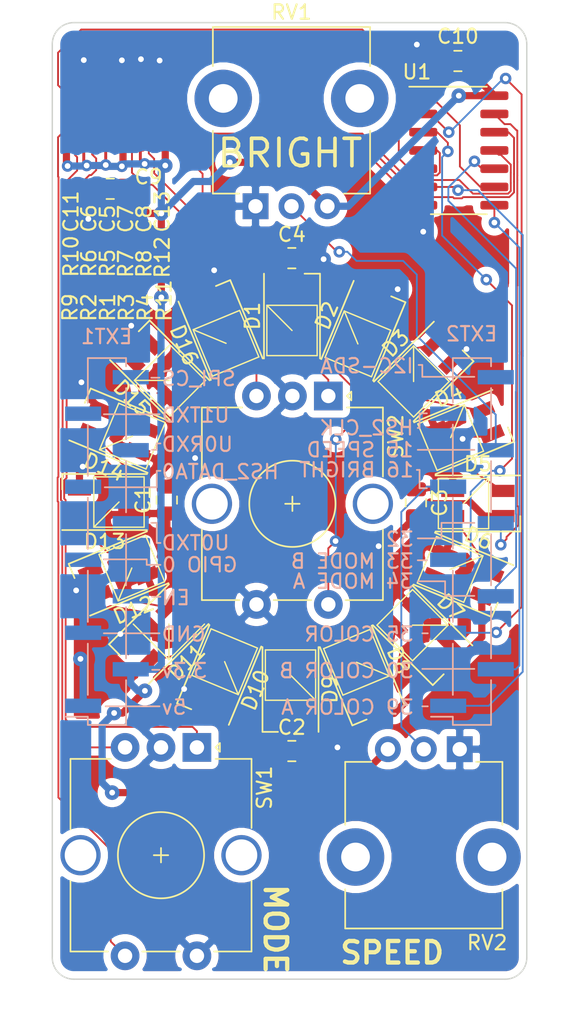
<source format=kicad_pcb>
(kicad_pcb (version 20171130) (host pcbnew "(5.1.5-0-10_14)")
  (layers (0 F.Cu signal) (31 B.Cu signal) (34 B.Paste user) (35 F.Paste user) (36 B.SilkS user hide) (37 F.SilkS user) (38 B.Mask user) (39 F.Mask user) (44 Edge.Cuts user))
  (net 0 "")
  (net 1 GNDD)
  (net 2 +5V)
  (net 3 "Net-(D1-Pad2)")
  (net 4 "Net-(D2-Pad2)")
  (net 5 "Net-(D3-Pad2)")
  (net 6 "Net-(D4-Pad2)")
  (net 7 "Net-(D5-Pad2)")
  (net 8 "Net-(D6-Pad2)")
  (net 9 "Net-(D7-Pad2)")
  (net 10 "Net-(D8-Pad2)")
  (net 11 "Net-(D10-Pad4)")
  (net 12 "Net-(D10-Pad2)")
  (net 13 "Net-(D11-Pad2)")
  (net 14 "Net-(D12-Pad2)")
  (net 15 "Net-(D13-Pad2)")
  (net 16 "Net-(D14-Pad2)")
  (net 17 "Net-(D15-Pad2)")
  (net 18 "Net-(D16-Pad2)")
  (net 19 /GPIO5/SPI_CS)
  (net 20 /GPIO4/U1TXD)
  (net 21 /GPIO3/U0RXD)
  (net 22 /GPIO2/HS2_DATA0)
  (net 23 /GPIO1/U0TXD)
  (net 24 /GPIO0)
  (net 25 /ESP_EN)
  (net 26 +3V3)
  (net 27 /GPIO13/I2C-SDA)
  (net 28 /GPIO14/HS2_CLK)
  (net 29 /GPIO32_PREVIEW)
  (net 30 /GPIO15_SPEED)
  (net 31 /GPIO34_MODE_A)
  (net 32 /GPIO36_COLOR_B)
  (net 33 /GPIO16_BRIGHT)
  (net 34 /GPIO33_MODE_B)
  (net 35 /GPIO39_COLOR_A)
  (net 36 "Net-(R1-Pad2)")
  (net 37 "Net-(R2-Pad2)")
  (net 38 "Net-(R3-Pad2)")
  (net 39 "Net-(R4-Pad2)")
  (net 40 "Net-(C5-Pad1)")
  (net 41 "Net-(C6-Pad1)")
  (net 42 "Net-(C7-Pad1)")
  (net 43 "Net-(C8-Pad1)")
  (net 44 "Net-(C11-Pad1)")
  (net 45 "Net-(C13-Pad1)")
  (net 46 /GPIO32_MODE_BTN)
  (net 47 /GPIO35_COLOR_BTN)
  (net 48 "Net-(R10-Pad2)")
  (net 49 "Net-(R11-Pad2)")
  (module Package_SO:SOIC-14_3.9x8.7mm_P1.27mm (layer F.Cu) (at 209.4103 73.436429)
    (fp_text reference U1 (at -2.921 -5.461) (layer F.SilkS))
    (fp_text value 74HC14)
    (pad 14 smd roundrect (at 2.475 -3.81) (size 1.95 0.6) (layers F.Cu F.Paste F.Mask) (net 26 +3V3))
    (pad 13 smd roundrect (at 2.475 -2.54) (size 1.95 0.6) (layers F.Cu F.Paste F.Mask) (net 46 /GPIO32_MODE_BTN))
    (pad 12 smd roundrect (at 2.475 -1.27) (size 1.95 0.6) (layers F.Cu F.Paste F.Mask) (net 45 "Net-(C13-Pad1)"))
    (pad 11 smd roundrect (at 2.475 0) (size 1.95 0.6) (layers F.Cu F.Paste F.Mask) (net 43 "Net-(C8-Pad1)"))
    (pad 10 smd roundrect (at 2.475 1.27) (size 1.95 0.6) (layers F.Cu F.Paste F.Mask) (net 31 /GPIO34_MODE_A))
    (pad 9 smd roundrect (at 2.475 2.54) (size 1.95 0.6) (layers F.Cu F.Paste F.Mask) (net 40 "Net-(C5-Pad1)"))
    (pad 8 smd roundrect (at 2.475 3.81) (size 1.95 0.6) (layers F.Cu F.Paste F.Mask) (net 32 /GPIO36_COLOR_B))
    (pad 7 smd roundrect (at -2.475 3.81) (size 1.95 0.6) (layers F.Cu F.Paste F.Mask) (net 1 GNDD))
    (pad 6 smd roundrect (at -2.475 2.54) (size 1.95 0.6) (layers F.Cu F.Paste F.Mask) (net 35 /GPIO39_COLOR_A))
    (pad 5 smd roundrect (at -2.475 1.27) (size 1.95 0.6) (layers F.Cu F.Paste F.Mask) (net 41 "Net-(C6-Pad1)"))
    (pad 4 smd roundrect (at -2.475 0) (size 1.95 0.6) (layers F.Cu F.Paste F.Mask) (net 42 "Net-(C7-Pad1)"))
    (pad 3 smd roundrect (at -2.475 -1.27) (size 1.95 0.6) (layers F.Cu F.Paste F.Mask) (net 34 /GPIO33_MODE_B))
    (pad 2 smd roundrect (at -2.475 -2.54) (size 1.95 0.6) (layers F.Cu F.Paste F.Mask) (net 47 /GPIO35_COLOR_BTN))
    (pad 1 smd roundrect (at -2.475 -3.81) (size 1.95 0.6) (layers F.Cu F.Paste F.Mask) (net 44 "Net-(C11-Pad1)"))
  )
  (module Potentiometer_THT:Potentiometer_TT_P0915N (layer F.Cu) (at 209.4738 115.092429 180)
    (fp_text reference RV2 (at -1.905 -13.462) (layer F.SilkS))
    (fp_text value Bright_Pot)
    (pad 1 thru_hole rect (at 0 0 180) (size 1.8 1.8) (drill 1) (layers *.Cu *.Mask) (net 1 GNDD))
    (pad 2 thru_hole circle (at 2.5 0 180) (size 1.8 1.8) (drill 1) (layers *.Cu *.Mask) (net 33 /GPIO16_BRIGHT))
    (pad 3 thru_hole circle (at 5 0 180) (size 1.8 1.8) (drill 1) (layers *.Cu *.Mask) (net 26 +3V3))
    (pad "" thru_hole oval (at -2.25 -7.5 180) (size 4 4) (drill 2) (layers *.Cu *.Mask))
    (pad "" thru_hole oval (at 7.25 -7.5 180) (size 4 4) (drill 2) (layers *.Cu *.Mask))
  )
  (module Connector_PinHeader_2.54mm:PinHeader_1x10_P2.54mm_Vertical_SMD_Pin1Left (layer B.Cu) (at 210.324363 100.641099)
    (fp_text reference EXT2 (at -0.025063 -14.44117) (layer B.SilkS) (effects (justify mirror)))
    (fp_text value "NS(HN1x10)")
    (pad 10 smd rect (at 1.655 -11.43) (size 2.51 1) (layers B.Cu B.Paste B.Mask) (net 27 /GPIO13/I2C-SDA))
    (pad 8 smd rect (at 1.655 -6.35) (size 2.51 1) (layers B.Cu B.Paste B.Mask) (net 30 /GPIO15_SPEED))
    (pad 6 smd rect (at 1.655 -1.27) (size 2.51 1) (layers B.Cu B.Paste B.Mask) (net 46 /GPIO32_MODE_BTN))
    (pad 4 smd rect (at 1.655 3.81) (size 2.51 1) (layers B.Cu B.Paste B.Mask) (net 31 /GPIO34_MODE_A))
    (pad 2 smd rect (at 1.655 8.89) (size 2.51 1) (layers B.Cu B.Paste B.Mask) (net 32 /GPIO36_COLOR_B))
    (pad 9 smd rect (at -1.655 -8.89) (size 2.51 1) (layers B.Cu B.Paste B.Mask) (net 28 /GPIO14/HS2_CLK))
    (pad 7 smd rect (at -1.655 -3.81) (size 2.51 1) (layers B.Cu B.Paste B.Mask) (net 33 /GPIO16_BRIGHT))
    (pad 5 smd rect (at -1.655 1.27) (size 2.51 1) (layers B.Cu B.Paste B.Mask) (net 34 /GPIO33_MODE_B))
    (pad 3 smd rect (at -1.655 6.35) (size 2.51 1) (layers B.Cu B.Paste B.Mask) (net 47 /GPIO35_COLOR_BTN))
    (pad 1 smd rect (at -1.655 11.43) (size 2.51 1) (layers B.Cu B.Paste B.Mask) (net 35 /GPIO39_COLOR_A))
  )
  (module Potentiometer_THT:Potentiometer_TT_P0915N (layer F.Cu) (at 195.2658 77.3176)
    (fp_text reference RV1 (at 2.5 -13.5) (layer F.SilkS))
    (fp_text value Speed_Pot)
    (pad 1 thru_hole rect (at 0 0) (size 1.8 1.8) (drill 1) (layers *.Cu *.Mask) (net 1 GNDD))
    (pad 2 thru_hole circle (at 2.5 0) (size 1.8 1.8) (drill 1) (layers *.Cu *.Mask) (net 30 /GPIO15_SPEED))
    (pad 3 thru_hole circle (at 5 0) (size 1.8 1.8) (drill 1) (layers *.Cu *.Mask) (net 26 +3V3))
    (pad "" thru_hole oval (at -2.25 -7.5) (size 4 4) (drill 2) (layers *.Cu *.Mask))
    (pad "" thru_hole oval (at 7.25 -7.5) (size 4 4) (drill 2) (layers *.Cu *.Mask))
  )
  (module Resistor_SMD:R_0402_1005Metric (layer F.Cu) (at 188.4553 70.705929 270)
    (fp_text reference R12 (at 10.16 -0.3175 90) (layer F.SilkS))
    (fp_text value 10K)
    (pad 2 smd roundrect (at 0.485 0 270) (size 0.59 0.64) (layers F.Cu F.Paste F.Mask) (net 49 "Net-(R11-Pad2)"))
    (pad 1 smd roundrect (at -0.485 0 270) (size 0.59 0.64) (layers F.Cu F.Paste F.Mask) (net 45 "Net-(C13-Pad1)"))
  )
  (module Resistor_SMD:R_0402_1005Metric (layer F.Cu) (at 188.4553 72.737929 90)
    (fp_text reference R11 (at -11.144309 0.4445 90) (layer F.SilkS))
    (fp_text value 10K)
    (pad 2 smd roundrect (at 0.485 0 90) (size 0.59 0.64) (layers F.Cu F.Paste F.Mask) (net 49 "Net-(R11-Pad2)"))
    (pad 1 smd roundrect (at -0.485 0 90) (size 0.59 0.64) (layers F.Cu F.Paste F.Mask) (net 26 +3V3))
  )
  (module Resistor_SMD:R_0402_1005Metric (layer F.Cu) (at 182.1053 70.705929 270)
    (fp_text reference R10 (at 10.0965 -0.3175 90) (layer F.SilkS))
    (fp_text value 10K)
    (pad 2 smd roundrect (at 0.485 0 270) (size 0.59 0.64) (layers F.Cu F.Paste F.Mask) (net 48 "Net-(R10-Pad2)"))
    (pad 1 smd roundrect (at -0.485 0 270) (size 0.59 0.64) (layers F.Cu F.Paste F.Mask) (net 44 "Net-(C11-Pad1)"))
  )
  (module Resistor_SMD:R_0402_1005Metric (layer F.Cu) (at 182.1053 72.737929 90)
    (fp_text reference R9 (at -11.6205 0.254 90) (layer F.SilkS))
    (fp_text value 10K)
    (pad 2 smd roundrect (at 0.485 0 90) (size 0.59 0.64) (layers F.Cu F.Paste F.Mask) (net 48 "Net-(R10-Pad2)"))
    (pad 1 smd roundrect (at -0.485 0 90) (size 0.59 0.64) (layers F.Cu F.Paste F.Mask) (net 26 +3V3))
  )
  (module Resistor_SMD:R_0402_1005Metric (layer F.Cu) (at 187.2488 70.705929 270)
    (fp_text reference R8 (at 10.6045 -0.254 90) (layer F.SilkS))
    (fp_text value 10K)
    (pad 2 smd roundrect (at 0.485 0 270) (size 0.59 0.64) (layers F.Cu F.Paste F.Mask) (net 39 "Net-(R4-Pad2)"))
    (pad 1 smd roundrect (at -0.485 0 270) (size 0.59 0.64) (layers F.Cu F.Paste F.Mask) (net 43 "Net-(C8-Pad1)"))
  )
  (module Resistor_SMD:R_0402_1005Metric (layer F.Cu) (at 186.0423 70.705929 90)
    (fp_text reference R7 (at -10.6045 0.1905 90) (layer F.SilkS))
    (fp_text value 10K)
    (pad 2 smd roundrect (at 0.485 0 90) (size 0.59 0.64) (layers F.Cu F.Paste F.Mask) (net 42 "Net-(C7-Pad1)"))
    (pad 1 smd roundrect (at -0.485 0 90) (size 0.59 0.64) (layers F.Cu F.Paste F.Mask) (net 38 "Net-(R3-Pad2)"))
  )
  (module Resistor_SMD:R_0402_1005Metric (layer F.Cu) (at 183.3118 70.705929 270)
    (fp_text reference R6 (at 10.572691 -0.3556 90) (layer F.SilkS))
    (fp_text value 10K)
    (pad 2 smd roundrect (at 0.485 0 270) (size 0.59 0.64) (layers F.Cu F.Paste F.Mask) (net 37 "Net-(R2-Pad2)"))
    (pad 1 smd roundrect (at -0.485 0 270) (size 0.59 0.64) (layers F.Cu F.Paste F.Mask) (net 41 "Net-(C6-Pad1)"))
  )
  (module Resistor_SMD:R_0402_1005Metric (layer F.Cu) (at 184.5183 70.705929 90)
    (fp_text reference R5 (at -10.572691 0.4445 90) (layer F.SilkS))
    (fp_text value 10K)
    (pad 2 smd roundrect (at 0.485 0 90) (size 0.59 0.64) (layers F.Cu F.Paste F.Mask) (net 40 "Net-(C5-Pad1)"))
    (pad 1 smd roundrect (at -0.485 0 90) (size 0.59 0.64) (layers F.Cu F.Paste F.Mask) (net 36 "Net-(R1-Pad2)"))
  )
  (module Resistor_SMD:R_0402_1005Metric (layer F.Cu) (at 187.2488 72.737929 90)
    (fp_text reference R4 (at -11.6205 0.3429 90) (layer F.SilkS))
    (fp_text value 10K)
    (pad 2 smd roundrect (at 0.485 0 90) (size 0.59 0.64) (layers F.Cu F.Paste F.Mask) (net 39 "Net-(R4-Pad2)"))
    (pad 1 smd roundrect (at -0.485 0 90) (size 0.59 0.64) (layers F.Cu F.Paste F.Mask) (net 26 +3V3))
  )
  (module Resistor_SMD:R_0402_1005Metric (layer F.Cu) (at 186.0423 72.737929 90)
    (fp_text reference R3 (at -11.6205 0.2413 90) (layer F.SilkS))
    (fp_text value 10K)
    (pad 2 smd roundrect (at 0.485 0 90) (size 0.59 0.64) (layers F.Cu F.Paste F.Mask) (net 38 "Net-(R3-Pad2)"))
    (pad 1 smd roundrect (at -0.485 0 90) (size 0.59 0.64) (layers F.Cu F.Paste F.Mask) (net 26 +3V3))
  )
  (module Resistor_SMD:R_0402_1005Metric (layer F.Cu) (at 183.3118 72.737929 90)
    (fp_text reference R2 (at -11.6205 0.3556 90) (layer F.SilkS))
    (fp_text value 10K)
    (pad 2 smd roundrect (at 0.485 0 90) (size 0.59 0.64) (layers F.Cu F.Paste F.Mask) (net 37 "Net-(R2-Pad2)"))
    (pad 1 smd roundrect (at -0.485 0 90) (size 0.59 0.64) (layers F.Cu F.Paste F.Mask) (net 26 +3V3))
  )
  (module Resistor_SMD:R_0402_1005Metric (layer F.Cu) (at 184.5183 72.737929 90)
    (fp_text reference R1 (at -11.6205 0.4572 90) (layer F.SilkS))
    (fp_text value 10K)
    (pad 2 smd roundrect (at 0.485 0 90) (size 0.59 0.64) (layers F.Cu F.Paste F.Mask) (net 36 "Net-(R1-Pad2)"))
    (pad 1 smd roundrect (at -0.485 0 90) (size 0.59 0.64) (layers F.Cu F.Paste F.Mask) (net 26 +3V3))
  )
  (module Capacitor_SMD:C_0402_1005Metric (layer F.Cu) (at 188.4553 68.673929 90)
    (fp_text reference C13 (at -9.017 0.3175 90) (layer F.SilkS))
    (fp_text value 0.01uF)
    (pad 2 smd roundrect (at 0.485 0 90) (size 0.59 0.64) (layers F.Cu F.Paste F.Mask) (net 1 GNDD))
    (pad 1 smd roundrect (at -0.485 0 90) (size 0.59 0.64) (layers F.Cu F.Paste F.Mask) (net 45 "Net-(C13-Pad1)"))
  )
  (module Capacitor_SMD:C_0402_1005Metric (layer F.Cu) (at 182.1053 68.673929 90)
    (fp_text reference C11 (at -9.017 0.3175 90) (layer F.SilkS))
    (fp_text value 0.01uF)
    (pad 2 smd roundrect (at 0.485 0 90) (size 0.59 0.64) (layers F.Cu F.Paste F.Mask) (net 1 GNDD))
    (pad 1 smd roundrect (at -0.485 0 90) (size 0.59 0.64) (layers F.Cu F.Paste F.Mask) (net 44 "Net-(C11-Pad1)"))
  )
  (module Capacitor_SMD:C_0805_2012Metric (layer F.Cu) (at 209.3468 67.213429 180)
    (fp_text reference C10 (at 0 1.7145) (layer F.SilkS))
    (fp_text value 1uF)
    (pad 2 smd roundrect (at 0.9375 0 180) (size 0.975 1.4) (layers F.Cu F.Paste F.Mask) (net 1 GNDD))
    (pad 1 smd roundrect (at -0.9375 0 180) (size 0.975 1.4) (layers F.Cu F.Paste F.Mask) (net 26 +3V3))
  )
  (module Capacitor_SMD:C_0402_1005Metric (layer F.Cu) (at 187.2488 68.673929 90)
    (fp_text reference C8 (at -9.525 0.254 90) (layer F.SilkS))
    (fp_text value 0.01uF)
    (pad 2 smd roundrect (at 0.485 0 90) (size 0.59 0.64) (layers F.Cu F.Paste F.Mask) (net 1 GNDD))
    (pad 1 smd roundrect (at -0.485 0 90) (size 0.59 0.64) (layers F.Cu F.Paste F.Mask) (net 43 "Net-(C8-Pad1)"))
  )
  (module Capacitor_SMD:C_0402_1005Metric (layer F.Cu) (at 186.0423 68.673929 90)
    (fp_text reference C7 (at -9.525 0.1905 90) (layer F.SilkS))
    (fp_text value 0.01uF)
    (pad 2 smd roundrect (at 0.485 0 90) (size 0.59 0.64) (layers F.Cu F.Paste F.Mask) (net 1 GNDD))
    (pad 1 smd roundrect (at -0.485 0 90) (size 0.59 0.64) (layers F.Cu F.Paste F.Mask) (net 42 "Net-(C7-Pad1)"))
  )
  (module Capacitor_SMD:C_0402_1005Metric (layer F.Cu) (at 183.3118 68.673929 90)
    (fp_text reference C6 (at -9.493191 0.3556 90) (layer F.SilkS))
    (fp_text value 0.01uF)
    (pad 2 smd roundrect (at 0.485 0 90) (size 0.59 0.64) (layers F.Cu F.Paste F.Mask) (net 1 GNDD))
    (pad 1 smd roundrect (at -0.485 0 90) (size 0.59 0.64) (layers F.Cu F.Paste F.Mask) (net 41 "Net-(C6-Pad1)"))
  )
  (module Capacitor_SMD:C_0402_1005Metric (layer F.Cu) (at 184.5183 68.673929 90)
    (fp_text reference C5 (at -9.525 0.4445 90) (layer F.SilkS))
    (fp_text value 0.01uF)
    (pad 2 smd roundrect (at 0.485 0 90) (size 0.59 0.64) (layers F.Cu F.Paste F.Mask) (net 1 GNDD))
    (pad 1 smd roundrect (at -0.485 0 90) (size 0.59 0.64) (layers F.Cu F.Paste F.Mask) (net 40 "Net-(C5-Pad1)"))
  )
  (module Rotary_Encoder:RotaryEncoder_Alps_EC12E-Switch_Vertical_H20mm_CircularMountingHoles (layer F.Cu) (at 200.3298 90.517929 270)
    (fp_text reference SW2 (at 2.8 -4.7 90) (layer F.SilkS))
    (fp_text value Color_Encoder)
    (pad A thru_hole rect (at 0 0 270) (size 2 2) (drill 1) (layers *.Cu *.Mask) (net 39 "Net-(R4-Pad2)"))
    (pad C thru_hole circle (at 0 2.5 270) (size 2 2) (drill 1) (layers *.Cu *.Mask) (net 1 GNDD))
    (pad B thru_hole circle (at 0 5 270) (size 2 2) (drill 1) (layers *.Cu *.Mask) (net 38 "Net-(R3-Pad2)"))
    (pad MP thru_hole circle (at 7.5 -3.1 270) (size 2.8 2.8) (drill 2.2) (layers *.Cu *.Mask))
    (pad MP thru_hole circle (at 7.5 8.1 270) (size 2.8 2.8) (drill 2.2) (layers *.Cu *.Mask))
    (pad S1 thru_hole circle (at 14.5 0 270) (size 2 2) (drill 1) (layers *.Cu *.Mask) (net 49 "Net-(R11-Pad2)"))
    (pad S2 thru_hole circle (at 14.5 5 270) (size 2 2) (drill 1) (layers *.Cu *.Mask) (net 1 GNDD))
  )
  (module Rotary_Encoder:RotaryEncoder_Alps_EC12E-Switch_Vertical_H20mm_CircularMountingHoles (layer F.Cu) (at 191.1858 114.965429 270)
    (fp_text reference SW1 (at 2.8 -4.7 90) (layer F.SilkS))
    (fp_text value Mode_Encoder)
    (pad A thru_hole rect (at 0 0 270) (size 2 2) (drill 1) (layers *.Cu *.Mask) (net 36 "Net-(R1-Pad2)"))
    (pad C thru_hole circle (at 0 2.5 270) (size 2 2) (drill 1) (layers *.Cu *.Mask) (net 1 GNDD))
    (pad B thru_hole circle (at 0 5 270) (size 2 2) (drill 1) (layers *.Cu *.Mask) (net 37 "Net-(R2-Pad2)"))
    (pad MP thru_hole circle (at 7.5 -3.1 270) (size 2.8 2.8) (drill 2.2) (layers *.Cu *.Mask))
    (pad MP thru_hole circle (at 7.5 8.1 270) (size 2.8 2.8) (drill 2.2) (layers *.Cu *.Mask))
    (pad S1 thru_hole circle (at 14.5 0 270) (size 2 2) (drill 1) (layers *.Cu *.Mask) (net 1 GNDD))
    (pad S2 thru_hole circle (at 14.5 5 270) (size 2 2) (drill 1) (layers *.Cu *.Mask) (net 48 "Net-(R10-Pad2)"))
  )
  (module Capacitor_SMD:C_0805_2012Metric (layer F.Cu) (at 185.1533 76.103429 180)
    (fp_text reference C9 (at -2.667 0.8255) (layer F.SilkS))
    (fp_text value 1uF)
    (pad 2 smd roundrect (at 0.9375 0 180) (size 0.975 1.4) (layers F.Cu F.Paste F.Mask) (net 1 GNDD))
    (pad 1 smd roundrect (at -0.9375 0 180) (size 0.975 1.4) (layers F.Cu F.Paste F.Mask) (net 26 +3V3))
  )
  (module Capacitor_SMD:C_0805_2012Metric (layer F.Cu) (at 197.7898 80.929429)
    (fp_text reference C4 (at 0 -1.65) (layer F.SilkS))
    (fp_text value 1uF)
    (pad 2 smd roundrect (at 0.9375 0) (size 0.975 1.4) (layers F.Cu F.Paste F.Mask) (net 1 GNDD))
    (pad 1 smd roundrect (at -0.9375 0) (size 0.975 1.4) (layers F.Cu F.Paste F.Mask) (net 2 +5V))
  )
  (module Capacitor_SMD:C_0805_2012Metric (layer F.Cu) (at 206.4258 97.947429 270)
    (fp_text reference C3 (at 0 -1.65 90) (layer F.SilkS))
    (fp_text value 1uF)
    (pad 2 smd roundrect (at 0.9375 0 270) (size 0.975 1.4) (layers F.Cu F.Paste F.Mask) (net 1 GNDD))
    (pad 1 smd roundrect (at -0.9375 0 270) (size 0.975 1.4) (layers F.Cu F.Paste F.Mask) (net 2 +5V))
  )
  (module Capacitor_SMD:C_0805_2012Metric (layer F.Cu) (at 197.7898 115.219429)
    (fp_text reference C2 (at 0 -1.65) (layer F.SilkS))
    (fp_text value 1uF)
    (pad 2 smd roundrect (at 0.9375 0) (size 0.975 1.4) (layers F.Cu F.Paste F.Mask) (net 1 GNDD))
    (pad 1 smd roundrect (at -0.9375 0) (size 0.975 1.4) (layers F.Cu F.Paste F.Mask) (net 2 +5V))
  )
  (module Capacitor_SMD:C_0805_2012Metric (layer F.Cu) (at 189.0903 97.756929 90)
    (fp_text reference C1 (at 0 -1.65 90) (layer F.SilkS))
    (fp_text value 1uF)
    (pad 2 smd roundrect (at 0.9375 0 90) (size 0.975 1.4) (layers F.Cu F.Paste F.Mask) (net 1 GNDD))
    (pad 1 smd roundrect (at -0.9375 0 90) (size 0.975 1.4) (layers F.Cu F.Paste F.Mask) (net 2 +5V))
  )
  (module Connector_PinHeader_2.54mm:PinHeader_1x10_P2.54mm_Vertical_SMD_Pin1Left (layer B.Cu) (at 184.924363 100.641099)
    (fp_text reference EXT1 (at -0.025063 -14.25067) (layer B.SilkS) (effects (justify mirror)))
    (fp_text value "NS(HN1x10)")
    (pad 10 smd rect (at 1.655 -11.43) (size 2.51 1) (layers B.Cu B.Paste B.Mask) (net 19 /GPIO5/SPI_CS))
    (pad 8 smd rect (at 1.655 -6.35) (size 2.51 1) (layers B.Cu B.Paste B.Mask) (net 21 /GPIO3/U0RXD))
    (pad 6 smd rect (at 1.655 -1.27) (size 2.51 1) (layers B.Cu B.Paste B.Mask) (net 23 /GPIO1/U0TXD))
    (pad 4 smd rect (at 1.655 3.81) (size 2.51 1) (layers B.Cu B.Paste B.Mask) (net 25 /ESP_EN))
    (pad 2 smd rect (at 1.655 8.89) (size 2.51 1) (layers B.Cu B.Paste B.Mask) (net 26 +3V3))
    (pad 9 smd rect (at -1.655 -8.89) (size 2.51 1) (layers B.Cu B.Paste B.Mask) (net 20 /GPIO4/U1TXD))
    (pad 7 smd rect (at -1.655 -3.81) (size 2.51 1) (layers B.Cu B.Paste B.Mask) (net 22 /GPIO2/HS2_DATA0))
    (pad 5 smd rect (at -1.655 1.27) (size 2.51 1) (layers B.Cu B.Paste B.Mask) (net 24 /GPIO0))
    (pad 3 smd rect (at -1.655 6.35) (size 2.51 1) (layers B.Cu B.Paste B.Mask) (net 1 GNDD))
    (pad 1 smd rect (at -1.655 11.43) (size 2.51 1) (layers B.Cu B.Paste B.Mask) (net 2 +5V))
  )
  (module LED_SMD:LED_SK6812MINI_PLCC4_3.5x3.5mm_P1.75mm (layer F.Cu) (at 188.603837 88.724973 135)
    (fp_text reference D15 (at 0 -2.75 135) (layer F.SilkS))
    (fp_text value WS2812B)
    (pad 1 smd rect (at -1.75 -0.875 135) (size 1.6 0.85) (layers F.Cu F.Paste F.Mask) (net 2 +5V))
    (pad 2 smd rect (at -1.75 0.875 135) (size 1.6 0.85) (layers F.Cu F.Paste F.Mask) (net 17 "Net-(D15-Pad2)"))
    (pad 4 smd rect (at 1.75 -0.875 135) (size 1.6 0.85) (layers F.Cu F.Paste F.Mask) (net 16 "Net-(D14-Pad2)"))
    (pad 3 smd rect (at 1.75 0.875 135) (size 1.6 0.85) (layers F.Cu F.Paste F.Mask) (net 1 GNDD))
  )
  (module LED_SMD:LED_SK6812MINI_PLCC4_3.5x3.5mm_P1.75mm (layer F.Cu) (at 197.802163 84.959899 90)
    (fp_text reference D1 (at 0 -2.75 90) (layer F.SilkS))
    (fp_text value WS2812B)
    (pad 1 smd rect (at -1.75 -0.875 90) (size 1.6 0.85) (layers F.Cu F.Paste F.Mask) (net 2 +5V))
    (pad 2 smd rect (at -1.75 0.875 90) (size 1.6 0.85) (layers F.Cu F.Paste F.Mask) (net 3 "Net-(D1-Pad2)"))
    (pad 4 smd rect (at 1.75 -0.875 90) (size 1.6 0.85) (layers F.Cu F.Paste F.Mask) (net 29 /GPIO32_PREVIEW))
    (pad 3 smd rect (at 1.75 0.875 90) (size 1.6 0.85) (layers F.Cu F.Paste F.Mask) (net 1 GNDD))
  )
  (module LED_SMD:LED_SK6812MINI_PLCC4_3.5x3.5mm_P1.75mm (layer F.Cu) (at 192.8297 85.92756 112.5)
    (fp_text reference D16 (at 0 -2.75 112.5) (layer F.SilkS))
    (fp_text value WS2812B)
    (pad 1 smd rect (at -1.75 -0.875 112.5) (size 1.6 0.85) (layers F.Cu F.Paste F.Mask) (net 2 +5V))
    (pad 2 smd rect (at -1.75 0.875 112.5) (size 1.6 0.85) (layers F.Cu F.Paste F.Mask) (net 18 "Net-(D16-Pad2)"))
    (pad 4 smd rect (at 1.75 -0.875 112.5) (size 1.6 0.85) (layers F.Cu F.Paste F.Mask) (net 17 "Net-(D15-Pad2)"))
    (pad 3 smd rect (at 1.75 0.875 112.5) (size 1.6 0.85) (layers F.Cu F.Paste F.Mask) (net 1 GNDD))
  )
  (module LED_SMD:LED_SK6812MINI_PLCC4_3.5x3.5mm_P1.75mm (layer F.Cu) (at 185.773404 92.927976 157.5)
    (fp_text reference D14 (at 0 -2.75 157.5) (layer F.SilkS))
    (fp_text value WS2812B)
    (pad 1 smd rect (at -1.75 -0.875 157.5) (size 1.6 0.85) (layers F.Cu F.Paste F.Mask) (net 2 +5V))
    (pad 2 smd rect (at -1.75 0.875 157.5) (size 1.6 0.85) (layers F.Cu F.Paste F.Mask) (net 16 "Net-(D14-Pad2)"))
    (pad 4 smd rect (at 1.75 -0.875 157.5) (size 1.6 0.85) (layers F.Cu F.Paste F.Mask) (net 15 "Net-(D13-Pad2)"))
    (pad 3 smd rect (at 1.75 0.875 157.5) (size 1.6 0.85) (layers F.Cu F.Paste F.Mask) (net 1 GNDD))
  )
  (module LED_SMD:LED_SK6812MINI_PLCC4_3.5x3.5mm_P1.75mm (layer F.Cu) (at 184.762563 97.895359 180)
    (fp_text reference D13 (at 0 -2.75 180) (layer F.SilkS))
    (fp_text value WS2812B)
    (pad 1 smd rect (at -1.75 -0.875 180) (size 1.6 0.85) (layers F.Cu F.Paste F.Mask) (net 2 +5V))
    (pad 2 smd rect (at -1.75 0.875 180) (size 1.6 0.85) (layers F.Cu F.Paste F.Mask) (net 15 "Net-(D13-Pad2)"))
    (pad 4 smd rect (at 1.75 -0.875 180) (size 1.6 0.85) (layers F.Cu F.Paste F.Mask) (net 14 "Net-(D12-Pad2)"))
    (pad 3 smd rect (at 1.75 0.875 180) (size 1.6 0.85) (layers F.Cu F.Paste F.Mask) (net 1 GNDD))
  )
  (module LED_SMD:LED_SK6812MINI_PLCC4_3.5x3.5mm_P1.75mm (layer F.Cu) (at 185.732764 102.867822 202.5)
    (fp_text reference D12 (at 0 -2.75 202.5) (layer F.SilkS))
    (fp_text value WS2812B)
    (pad 1 smd rect (at -1.75 -0.875 202.5) (size 1.6 0.85) (layers F.Cu F.Paste F.Mask) (net 2 +5V))
    (pad 2 smd rect (at -1.75 0.875 202.5) (size 1.6 0.85) (layers F.Cu F.Paste F.Mask) (net 14 "Net-(D12-Pad2)"))
    (pad 4 smd rect (at 1.75 -0.875 202.5) (size 1.6 0.85) (layers F.Cu F.Paste F.Mask) (net 13 "Net-(D11-Pad2)"))
    (pad 3 smd rect (at 1.75 0.875 202.5) (size 1.6 0.85) (layers F.Cu F.Paste F.Mask) (net 1 GNDD))
  )
  (module LED_SMD:LED_SK6812MINI_PLCC4_3.5x3.5mm_P1.75mm (layer F.Cu) (at 188.530177 107.086065 225)
    (fp_text reference D11 (at 0 -2.75 225) (layer F.SilkS))
    (fp_text value WS2812B)
    (pad 1 smd rect (at -1.75 -0.875 225) (size 1.6 0.85) (layers F.Cu F.Paste F.Mask) (net 2 +5V))
    (pad 2 smd rect (at -1.75 0.875 225) (size 1.6 0.85) (layers F.Cu F.Paste F.Mask) (net 13 "Net-(D11-Pad2)"))
    (pad 4 smd rect (at 1.75 -0.875 225) (size 1.6 0.85) (layers F.Cu F.Paste F.Mask) (net 12 "Net-(D10-Pad2)"))
    (pad 3 smd rect (at 1.75 0.875 225) (size 1.6 0.85) (layers F.Cu F.Paste F.Mask) (net 1 GNDD))
  )
  (module LED_SMD:LED_SK6812MINI_PLCC4_3.5x3.5mm_P1.75mm (layer F.Cu) (at 192.73064 109.924118 247.5)
    (fp_text reference D10 (at 0 -2.75 247.5) (layer F.SilkS))
    (fp_text value WS2812B)
    (pad 1 smd rect (at -1.75 -0.875 247.5) (size 1.6 0.85) (layers F.Cu F.Paste F.Mask) (net 2 +5V))
    (pad 2 smd rect (at -1.75 0.875 247.5) (size 1.6 0.85) (layers F.Cu F.Paste F.Mask) (net 12 "Net-(D10-Pad2)"))
    (pad 4 smd rect (at 1.75 -0.875 247.5) (size 1.6 0.85) (layers F.Cu F.Paste F.Mask) (net 11 "Net-(D10-Pad4)"))
    (pad 3 smd rect (at 1.75 0.875 247.5) (size 1.6 0.85) (layers F.Cu F.Paste F.Mask) (net 1 GNDD))
  )
  (module LED_SMD:LED_SK6812MINI_PLCC4_3.5x3.5mm_P1.75mm (layer F.Cu) (at 197.698023 110.934959 270)
    (fp_text reference D9 (at 0 -2.75 270) (layer F.SilkS))
    (fp_text value WS2812B)
    (pad 1 smd rect (at -1.75 -0.875 270) (size 1.6 0.85) (layers F.Cu F.Paste F.Mask) (net 2 +5V))
    (pad 2 smd rect (at -1.75 0.875 270) (size 1.6 0.85) (layers F.Cu F.Paste F.Mask) (net 11 "Net-(D10-Pad4)"))
    (pad 4 smd rect (at 1.75 -0.875 270) (size 1.6 0.85) (layers F.Cu F.Paste F.Mask) (net 10 "Net-(D8-Pad2)"))
    (pad 3 smd rect (at 1.75 0.875 270) (size 1.6 0.85) (layers F.Cu F.Paste F.Mask) (net 1 GNDD))
  )
  (module LED_SMD:LED_SK6812MINI_PLCC4_3.5x3.5mm_P1.75mm (layer F.Cu) (at 202.673026 109.964758 292.5)
    (fp_text reference D8 (at 0 -2.75 292.5) (layer F.SilkS))
    (fp_text value WS2812B)
    (pad 1 smd rect (at -1.75 -0.875 292.5) (size 1.6 0.85) (layers F.Cu F.Paste F.Mask) (net 2 +5V))
    (pad 2 smd rect (at -1.75 0.875 292.5) (size 1.6 0.85) (layers F.Cu F.Paste F.Mask) (net 10 "Net-(D8-Pad2)"))
    (pad 4 smd rect (at 1.75 -0.875 292.5) (size 1.6 0.85) (layers F.Cu F.Paste F.Mask) (net 9 "Net-(D7-Pad2)"))
    (pad 3 smd rect (at 1.75 0.875 292.5) (size 1.6 0.85) (layers F.Cu F.Paste F.Mask) (net 1 GNDD))
  )
  (module LED_SMD:LED_SK6812MINI_PLCC4_3.5x3.5mm_P1.75mm (layer F.Cu) (at 206.891269 107.169885 315)
    (fp_text reference D7 (at 0 -2.75 315) (layer F.SilkS))
    (fp_text value WS2812B)
    (pad 1 smd rect (at -1.75 -0.875 315) (size 1.6 0.85) (layers F.Cu F.Paste F.Mask) (net 2 +5V))
    (pad 2 smd rect (at -1.75 0.875 315) (size 1.6 0.85) (layers F.Cu F.Paste F.Mask) (net 9 "Net-(D7-Pad2)"))
    (pad 4 smd rect (at 1.75 -0.875 315) (size 1.6 0.85) (layers F.Cu F.Paste F.Mask) (net 8 "Net-(D6-Pad2)"))
    (pad 3 smd rect (at 1.75 0.875 315) (size 1.6 0.85) (layers F.Cu F.Paste F.Mask) (net 1 GNDD))
  )
  (module LED_SMD:LED_SK6812MINI_PLCC4_3.5x3.5mm_P1.75mm (layer F.Cu) (at 209.729322 102.961802 337.5)
    (fp_text reference D6 (at 0 -2.75 337.5) (layer F.SilkS))
    (fp_text value WS2812B)
    (pad 1 smd rect (at -1.75 -0.875 337.5) (size 1.6 0.85) (layers F.Cu F.Paste F.Mask) (net 2 +5V))
    (pad 2 smd rect (at -1.75 0.875 337.5) (size 1.6 0.85) (layers F.Cu F.Paste F.Mask) (net 8 "Net-(D6-Pad2)"))
    (pad 4 smd rect (at 1.75 -0.875 337.5) (size 1.6 0.85) (layers F.Cu F.Paste F.Mask) (net 7 "Net-(D5-Pad2)"))
    (pad 3 smd rect (at 1.75 0.875 337.5) (size 1.6 0.85) (layers F.Cu F.Paste F.Mask) (net 1 GNDD))
  )
  (module LED_SMD:LED_SK6812MINI_PLCC4_3.5x3.5mm_P1.75mm (layer F.Cu) (at 210.737623 97.996959)
    (fp_text reference D5 (at 0 -2.75) (layer F.SilkS))
    (fp_text value WS2812B)
    (pad 1 smd rect (at -1.75 -0.875) (size 1.6 0.85) (layers F.Cu F.Paste F.Mask) (net 2 +5V))
    (pad 2 smd rect (at -1.75 0.875) (size 1.6 0.85) (layers F.Cu F.Paste F.Mask) (net 7 "Net-(D5-Pad2)"))
    (pad 4 smd rect (at 1.75 -0.875) (size 1.6 0.85) (layers F.Cu F.Paste F.Mask) (net 6 "Net-(D4-Pad2)"))
    (pad 3 smd rect (at 1.75 0.875) (size 1.6 0.85) (layers F.Cu F.Paste F.Mask) (net 1 GNDD))
  )
  (module LED_SMD:LED_SK6812MINI_PLCC4_3.5x3.5mm_P1.75mm (layer F.Cu) (at 209.767422 93.027036 22.5)
    (fp_text reference D4 (at 0 -2.75 22.5) (layer F.SilkS))
    (fp_text value WS2812B)
    (pad 1 smd rect (at -1.75 -0.875 22.5) (size 1.6 0.85) (layers F.Cu F.Paste F.Mask) (net 2 +5V))
    (pad 2 smd rect (at -1.75 0.875 22.5) (size 1.6 0.85) (layers F.Cu F.Paste F.Mask) (net 6 "Net-(D4-Pad2)"))
    (pad 4 smd rect (at 1.75 -0.875 22.5) (size 1.6 0.85) (layers F.Cu F.Paste F.Mask) (net 5 "Net-(D3-Pad2)"))
    (pad 3 smd rect (at 1.75 0.875 22.5) (size 1.6 0.85) (layers F.Cu F.Paste F.Mask) (net 1 GNDD))
  )
  (module LED_SMD:LED_SK6812MINI_PLCC4_3.5x3.5mm_P1.75mm (layer F.Cu) (at 206.970009 88.808793 45)
    (fp_text reference D3 (at 0 -2.75 45) (layer F.SilkS))
    (fp_text value WS2812B)
    (pad 1 smd rect (at -1.75 -0.875 45) (size 1.6 0.85) (layers F.Cu F.Paste F.Mask) (net 2 +5V))
    (pad 2 smd rect (at -1.75 0.875 45) (size 1.6 0.85) (layers F.Cu F.Paste F.Mask) (net 5 "Net-(D3-Pad2)"))
    (pad 4 smd rect (at 1.75 -0.875 45) (size 1.6 0.85) (layers F.Cu F.Paste F.Mask) (net 4 "Net-(D2-Pad2)"))
    (pad 3 smd rect (at 1.75 0.875 45) (size 1.6 0.85) (layers F.Cu F.Paste F.Mask) (net 1 GNDD))
  )
  (module LED_SMD:LED_SK6812MINI_PLCC4_3.5x3.5mm_P1.75mm (layer F.Cu) (at 202.769546 85.97582 67.5)
    (fp_text reference D2 (at 0 -2.75 67.5) (layer F.SilkS))
    (fp_text value WS2812B)
    (pad 1 smd rect (at -1.75 -0.875 67.5) (size 1.6 0.85) (layers F.Cu F.Paste F.Mask) (net 2 +5V))
    (pad 2 smd rect (at -1.75 0.875 67.5) (size 1.6 0.85) (layers F.Cu F.Paste F.Mask) (net 4 "Net-(D2-Pad2)"))
    (pad 4 smd rect (at 1.75 -0.875 67.5) (size 1.6 0.85) (layers F.Cu F.Paste F.Mask) (net 3 "Net-(D1-Pad2)"))
    (pad 3 smd rect (at 1.75 0.875 67.5) (size 1.6 0.85) (layers F.Cu F.Paste F.Mask) (net 1 GNDD))
  )
  (gr_curve (pts (xy 182.620587 131.090614) (xy 182.620587 131.090614) (xy 212.640018 131.090614) (xy 212.640018 131.090614)) (layer Edge.Cuts) (width 0.1))
  (gr_curve (pts (xy 181.120296 66.042916) (xy 181.120296 66.042916) (xy 181.120296 129.590323) (xy 181.120296 129.590323)) (layer Edge.Cuts) (width 0.1))
  (gr_curve (pts (xy 212.640018 131.090614) (xy 213.468606 131.090614) (xy 214.140309 130.418911) (xy 214.140309 129.590323)) (layer Edge.Cuts) (width 0.1))
  (gr_curve (pts (xy 214.140309 129.590323) (xy 214.140309 129.590323) (xy 214.140309 66.042916) (xy 214.140309 66.042916)) (layer Edge.Cuts) (width 0.1))
  (gr_curve (pts (xy 212.640018 64.542625) (xy 212.640018 64.542625) (xy 182.620587 64.542625) (xy 182.620587 64.542625)) (layer Edge.Cuts) (width 0.1))
  (gr_curve (pts (xy 182.620587 64.542625) (xy 181.791999 64.542625) (xy 181.120296 65.214328) (xy 181.120296 66.042916)) (layer Edge.Cuts) (width 0.1))
  (gr_curve (pts (xy 214.140309 66.042916) (xy 214.140309 65.214328) (xy 213.468606 64.542625) (xy 212.640018 64.542625)) (layer Edge.Cuts) (width 0.1))
  (gr_curve (pts (xy 181.120296 129.590323) (xy 181.120296 130.418911) (xy 181.791999 131.090614) (xy 182.620587 131.090614)) (layer Edge.Cuts) (width 0.1))
  (gr_text MODE (at 196.6468 127.601929 270) (layer F.SilkS) (effects (font (size 1.5 1.5) (thickness 0.3))))
  (gr_text SPEED (at 204.7748 129.252929) (layer F.SilkS) (effects (font (size 1.5 1.5) (thickness 0.3))))
  (gr_line (start 188.3918 93.819929) (end 188.6458 93.819929) (layer B.SilkS) (width 0.12))
  (gr_line (start 188.3918 95.724929) (end 188.6458 95.724929) (layer B.SilkS) (width 0.12))
  (gr_line (start 188.2648 107.027929) (end 188.5823 107.027929) (layer B.SilkS) (width 0.12))
  (gr_line (start 188.5188 104.487929) (end 188.6458 104.487929) (layer B.SilkS) (width 0.12))
  (gr_line (start 188.4553 102.265429) (end 188.6458 102.265429) (layer B.SilkS) (width 0.12))
  (gr_line (start 188.3918 100.741429) (end 188.6458 100.741429) (layer B.SilkS) (width 0.12))
  (gr_line (start 206.6798 92.740429) (end 206.5528 92.740429) (layer B.SilkS) (width 0.12))
  (gr_line (start 206.6798 95.661429) (end 206.4893 95.661429) (layer B.SilkS) (width 0.12))
  (gr_line (start 208.2038 100.423929) (end 206.5528 100.423929) (layer B.SilkS) (width 0.12))
  (gr_line (start 208.2038 99.344429) (end 208.2038 100.423929) (layer B.SilkS) (width 0.12))
  (gr_line (start 206.5528 101.947929) (end 207.1878 101.947929) (layer B.SilkS) (width 0.12))
  (gr_line (start 208.4578 103.408429) (end 206.5528 103.408429) (layer B.SilkS) (width 0.12))
  (gr_line (start 208.4578 104.424429) (end 208.4578 103.408429) (layer B.SilkS) (width 0.12))
  (gr_line (start 207.2513 107.027929) (end 206.8703 107.027929) (layer B.SilkS) (width 0.12))
  (gr_line (start 210.4898 109.504429) (end 206.8703 109.504429) (layer B.SilkS) (width 0.12))
  (gr_line (start 207.2513 112.107929) (end 206.8703 112.107929) (layer B.SilkS) (width 0.12))
  (gr_line (start 206.8703 89.184429) (end 210.4898 89.184429) (layer B.SilkS) (width 0.12))
  (gr_line (start 206.8703 88.358929) (end 206.8703 89.184429) (layer B.SilkS) (width 0.12))
  (gr_line (start 206.6163 88.358929) (end 206.8703 88.358929) (layer B.SilkS) (width 0.12))
  (gr_line (start 188.5823 89.247929) (end 188.0108 89.247929) (layer B.SilkS) (width 0.12))
  (gr_line (start 184.7088 91.787929) (end 188.5823 91.787929) (layer B.SilkS) (width 0.12))
  (gr_line (start 188.3918 94.264429) (end 188.3918 93.819929) (layer B.SilkS) (width 0.12))
  (gr_line (start 188.0743 94.264429) (end 188.3918 94.264429) (layer B.SilkS) (width 0.12))
  (gr_line (start 188.3918 96.867929) (end 188.3918 95.724929) (layer B.SilkS) (width 0.12))
  (gr_line (start 184.7723 96.867929) (end 188.3918 96.867929) (layer B.SilkS) (width 0.12))
  (gr_line (start 188.3918 99.344429) (end 188.3918 100.741429) (layer B.SilkS) (width 0.12))
  (gr_line (start 188.0108 99.344429) (end 188.3918 99.344429) (layer B.SilkS) (width 0.12))
  (gr_line (start 187.6933 102.265429) (end 188.4553 102.265429) (layer B.SilkS) (width 0.12))
  (gr_line (start 187.6933 101.884429) (end 187.6933 102.265429) (layer B.SilkS) (width 0.12))
  (gr_line (start 184.7088 101.884429) (end 187.6933 101.884429) (layer B.SilkS) (width 0.12))
  (gr_line (start 188.5188 104.487929) (end 188.0743 104.487929) (layer B.SilkS) (width 0.12))
  (gr_line (start 188.2648 107.027929) (end 184.7088 107.027929) (layer B.SilkS) (width 0.12))
  (gr_line (start 188.0743 109.567929) (end 188.5823 109.567929) (layer B.SilkS) (width 0.12))
  (gr_line (start 184.8358 112.107929) (end 188.5823 112.107929) (layer B.SilkS) (width 0.12))
  (gr_line (start 206.6798 91.724429) (end 207.1878 91.724429) (layer B.SilkS) (width 0.12))
  (gr_line (start 206.6798 92.740429) (end 206.6798 91.724429) (layer B.SilkS) (width 0.12))
  (gr_line (start 206.5528 94.264429) (end 210.4898 94.264429) (layer B.SilkS) (width 0.12))
  (gr_line (start 206.6798 96.931429) (end 207.1878 96.931429) (layer B.SilkS) (width 0.12))
  (gr_line (start 206.6798 95.661429) (end 206.6798 96.931429) (layer B.SilkS) (width 0.12))
  (gr_line (start 208.2038 99.344429) (end 210.4898 99.344429) (layer B.SilkS) (width 0.12))
  (gr_line (start 208.4578 104.424429) (end 210.4898 104.424429) (layer B.SilkS) (width 0.12))
  (gr_text BRIGHT (at 197.6628 73.626929) (layer F.SilkS) (effects (font (size 1.905 1.905) (thickness 0.254))))
  (gr_text "30 COLOR B" (at 206.345347 109.631429) (layer B.SilkS) (effects (font (size 1 1)) (justify left mirror)))
  (gr_text I2C-SDA (at 206.345347 88.422429) (layer B.SilkS) (effects (font (size 1 1)) (justify left mirror)))
  (gr_text HS2_CLK (at 206.345347 92.740429) (layer B.SilkS) (effects (font (size 1 1)) (justify left mirror)))
  (gr_text "15 SPEED" (at 206.345347 94.264429) (layer B.SilkS) (effects (font (size 1 1)) (justify left mirror)))
  (gr_text "16 BRIGHT" (at 206.3623 95.661429) (layer B.SilkS) (effects (font (size 1 1)) (justify left mirror)))
  (gr_text SPI_CS (at 193.979371 89.311429) (layer B.SilkS) (effects (font (size 1 1)) (justify left mirror)))
  (gr_text U1TXD (at 193.5508 91.851429) (layer B.SilkS) (effects (font (size 1 1)) (justify left mirror)))
  (gr_text U0RXD (at 193.788895 93.883429) (layer B.SilkS) (effects (font (size 1 1)) (justify left mirror)))
  (gr_text HS2_DATA0 (at 196.979371 95.788429) (layer B.SilkS) (effects (font (size 1 1)) (justify left mirror)))
  (gr_text U0TXD (at 193.5508 100.741429) (layer B.SilkS) (effects (font (size 1 1)) (justify left mirror)))
  (gr_text "GPIO 0" (at 194.1068 102.265429) (layer B.SilkS) (effects (font (size 1 1)) (justify left mirror)))
  (gr_text EN (at 190.788895 104.551429) (layer B.SilkS) (effects (font (size 1 1)) (justify left mirror)))
  (gr_text 32 (at 206.345347 100.487429) (layer B.SilkS) (effects (font (size 1 1)) (justify left mirror)))
  (gr_text "33 MODE B" (at 206.345347 102.011429) (layer B.SilkS) (effects (font (size 1 1)) (justify left mirror)))
  (gr_text "34 MODE A" (at 206.345347 103.408429) (layer B.SilkS) (effects (font (size 1 1)) (justify left mirror)))
  (gr_text "39 COLOR A" (at 206.345347 112.171429) (layer B.SilkS) (effects (font (size 1 1)) (justify left mirror)))
  (gr_text "35 COLOR" (at 206.345347 107.091429) (layer B.SilkS) (effects (font (size 1 1)) (justify left mirror)))
  (gr_text GND (at 191.884133 107.091429) (layer B.SilkS) (effects (font (size 1 1)) (justify left mirror)))
  (gr_text 5v (at 190.5508 112.171429) (layer B.SilkS) (effects (font (size 1 1)) (justify left mirror)))
  (gr_text 3.3v (at 191.979371 109.631429) (layer B.SilkS) (effects (font (size 1 1)) (justify left mirror)))
  (gr_line (start 201.438719 84.60593) (end 202.385812 86.892416) (layer F.SilkS) (width 0.1))
  (gr_line (start 204.672297 85.945323) (end 203.332905 89.178901) (layer F.SilkS) (width 0.1))
  (gr_line (start 201.438719 84.60593) (end 204.672297 85.945323) (layer F.SilkS) (width 0.1))
  (gr_line (start 200.099327 87.839509) (end 201.438719 84.60593) (layer F.SilkS) (width 0.1))
  (gr_line (start 203.332905 89.178901) (end 200.099327 87.839509) (layer F.SilkS) (width 0.1))
  (gr_line (start 206.263693 87.033161) (end 206.263693 89.508035) (layer F.SilkS) (width 0.1))
  (gr_line (start 208.738567 89.508035) (end 206.263693 91.982909) (layer F.SilkS) (width 0.1))
  (gr_line (start 206.263693 87.033161) (end 208.738567 89.508035) (layer F.SilkS) (width 0.1))
  (gr_line (start 203.78882 89.508035) (end 206.263693 87.033161) (layer F.SilkS) (width 0.1))
  (gr_line (start 206.263693 91.982909) (end 203.78882 89.508035) (layer F.SilkS) (width 0.1))
  (gr_line (start 209.792527 91.122068) (end 208.845434 93.408553) (layer F.SilkS) (width 0.1))
  (gr_line (start 211.131919 94.355647) (end 207.898341 95.695039) (layer F.SilkS) (width 0.1))
  (gr_line (start 209.792527 91.122068) (end 211.131919 94.355647) (layer F.SilkS) (width 0.1))
  (gr_line (start 206.558949 92.46146) (end 209.792527 91.122068) (layer F.SilkS) (width 0.1))
  (gr_line (start 207.898341 95.695039) (end 206.558949 92.46146) (layer F.SilkS) (width 0.1))
  (gr_line (start 211.487988 96.250152) (end 209.737988 98.000152) (layer F.SilkS) (width 0.1))
  (gr_line (start 211.487988 99.750152) (end 207.987988 99.750152) (layer F.SilkS) (width 0.1))
  (gr_line (start 211.487988 96.250152) (end 211.487988 99.750152) (layer F.SilkS) (width 0.1))
  (gr_line (start 207.987988 96.250152) (end 211.487988 96.250152) (layer F.SilkS) (width 0.1))
  (gr_line (start 207.987988 99.750152) (end 207.987988 96.250152) (layer F.SilkS) (width 0.1))
  (gr_line (start 211.091956 101.636708) (end 208.805471 102.583801) (layer F.SilkS) (width 0.1))
  (gr_line (start 209.752564 104.870286) (end 206.518986 103.530894) (layer F.SilkS) (width 0.1))
  (gr_line (start 211.091956 101.636708) (end 209.752564 104.870286) (layer F.SilkS) (width 0.1))
  (gr_line (start 207.858378 100.297316) (end 211.091956 101.636708) (layer F.SilkS) (width 0.1))
  (gr_line (start 206.518986 103.530894) (end 207.858378 100.297316) (layer F.SilkS) (width 0.1))
  (gr_line (start 208.664725 106.461682) (end 206.189852 106.461682) (layer F.SilkS) (width 0.1))
  (gr_line (start 206.189852 108.936556) (end 203.714978 106.461682) (layer F.SilkS) (width 0.1))
  (gr_line (start 208.664725 106.461682) (end 206.189852 108.936556) (layer F.SilkS) (width 0.1))
  (gr_line (start 206.189852 103.986808) (end 208.664725 106.461682) (layer F.SilkS) (width 0.1))
  (gr_line (start 203.714978 106.461682) (end 206.189852 103.986808) (layer F.SilkS) (width 0.1))
  (gr_line (start 204.575819 109.990516) (end 202.289333 109.043423) (layer F.SilkS) (width 0.1))
  (gr_line (start 201.34224 111.329908) (end 200.002848 108.096329) (layer F.SilkS) (width 0.1))
  (gr_line (start 204.575819 109.990516) (end 201.34224 111.329908) (layer F.SilkS) (width 0.1))
  (gr_line (start 203.236427 106.756937) (end 204.575819 109.990516) (layer F.SilkS) (width 0.1))
  (gr_line (start 200.002848 108.096329) (end 203.236427 106.756937) (layer F.SilkS) (width 0.1))
  (gr_line (start 199.447735 111.685976) (end 197.697735 109.935976) (layer F.SilkS) (width 0.1))
  (gr_line (start 195.947735 111.685976) (end 195.947735 108.185976) (layer F.SilkS) (width 0.1))
  (gr_line (start 199.447735 111.685976) (end 195.947735 111.685976) (layer F.SilkS) (width 0.1))
  (gr_line (start 199.447735 108.185976) (end 199.447735 111.685976) (layer F.SilkS) (width 0.1))
  (gr_line (start 195.947735 108.185976) (end 199.447735 108.185976) (layer F.SilkS) (width 0.1))
  (gr_line (start 194.061179 111.289945) (end 193.114086 109.00346) (layer F.SilkS) (width 0.1))
  (gr_line (start 190.827601 109.950553) (end 192.166993 106.716975) (layer F.SilkS) (width 0.1))
  (gr_line (start 194.061179 111.289945) (end 190.827601 109.950553) (layer F.SilkS) (width 0.1))
  (gr_line (start 195.400571 108.056367) (end 194.061179 111.289945) (layer F.SilkS) (width 0.1))
  (gr_line (start 192.166993 106.716975) (end 195.400571 108.056367) (layer F.SilkS) (width 0.1))
  (gr_line (start 189.236205 108.862714) (end 189.236205 106.38784) (layer F.SilkS) (width 0.1))
  (gr_line (start 189.236205 108.862714) (end 186.761331 106.38784) (layer F.SilkS) (width 0.1))
  (gr_line (start 191.711079 106.38784) (end 189.236205 108.862714) (layer F.SilkS) (width 0.1))
  (gr_line (start 185.707371 104.773807) (end 186.654464 102.487322) (layer F.SilkS) (width 0.1))
  (gr_line (start 184.367979 101.540229) (end 187.601557 100.200837) (layer F.SilkS) (width 0.1))
  (gr_line (start 185.707371 104.773807) (end 184.367979 101.540229) (layer F.SilkS) (width 0.1))
  (gr_line (start 188.940949 103.434415) (end 185.707371 104.773807) (layer F.SilkS) (width 0.1))
  (gr_line (start 187.601557 100.200837) (end 188.940949 103.434415) (layer F.SilkS) (width 0.1))
  (gr_line (start 184.011911 99.645724) (end 185.761911 97.895724) (layer F.SilkS) (width 0.1))
  (gr_line (start 184.011911 96.145724) (end 187.511911 96.145724) (layer F.SilkS) (width 0.1))
  (gr_line (start 184.011911 99.645724) (end 184.011911 96.145724) (layer F.SilkS) (width 0.1))
  (gr_line (start 187.511911 99.645724) (end 184.011911 99.645724) (layer F.SilkS) (width 0.1))
  (gr_line (start 187.511911 96.145724) (end 187.511911 99.645724) (layer F.SilkS) (width 0.1))
  (gr_line (start 184.407942 94.259168) (end 186.694427 93.312075) (layer F.SilkS) (width 0.1))
  (gr_line (start 185.747334 91.025589) (end 188.980912 92.364981) (layer F.SilkS) (width 0.1))
  (gr_line (start 184.407942 94.259168) (end 185.747334 91.025589) (layer F.SilkS) (width 0.1))
  (gr_line (start 187.64152 95.59856) (end 184.407942 94.259168) (layer F.SilkS) (width 0.1))
  (gr_line (start 188.980912 92.364981) (end 187.64152 95.59856) (layer F.SilkS) (width 0.1))
  (gr_line (start 186.835173 89.434194) (end 189.310047 89.434194) (layer F.SilkS) (width 0.1))
  (gr_line (start 189.310047 86.95932) (end 191.78492 89.434194) (layer F.SilkS) (width 0.1))
  (gr_line (start 186.835173 89.434194) (end 189.310047 86.95932) (layer F.SilkS) (width 0.1))
  (gr_line (start 189.310047 91.909067) (end 186.835173 89.434194) (layer F.SilkS) (width 0.1))
  (gr_line (start 191.78492 89.434194) (end 189.310047 91.909067) (layer F.SilkS) (width 0.1))
  (gr_line (start 190.92408 85.90536) (end 193.210565 86.852453) (layer F.SilkS) (width 0.1))
  (gr_line (start 194.157658 84.565968) (end 195.49705 87.799546) (layer F.SilkS) (width 0.1))
  (gr_line (start 190.92408 85.90536) (end 194.157658 84.565968) (layer F.SilkS) (width 0.1))
  (gr_line (start 192.263472 89.138938) (end 190.92408 85.90536) (layer F.SilkS) (width 0.1))
  (gr_line (start 195.49705 87.799546) (end 192.263472 89.138938) (layer F.SilkS) (width 0.1))
  (gr_line (start 196.052163 84.209899) (end 197.802163 85.959899) (layer F.SilkS) (width 0.1))
  (gr_line (start 199.552163 84.209899) (end 199.552163 87.709899) (layer F.SilkS) (width 0.1))
  (gr_line (start 196.052163 84.209899) (end 199.552163 84.209899) (layer F.SilkS) (width 0.1))
  (gr_line (start 196.052163 87.709899) (end 196.052163 84.209899) (layer F.SilkS) (width 0.1))
  (gr_line (start 199.552163 87.709899) (end 196.052163 87.709899) (layer F.SilkS) (width 0.1))
  (segment (start 198.677163 80.979566) (end 198.7273 80.929429) (width 0.5) (layer F.Cu) (net 1))
  (segment (start 198.677163 83.209899) (end 198.677163 80.979566) (width 0.5) (layer F.Cu) (net 1))
  (segment (start 207.421016 97.889713) (end 210.176073 97.889713) (width 0.25) (layer F.Cu) (net 1))
  (segment (start 212.487623 98.871959) (end 211.158319 98.871959) (width 0.5) (layer F.Cu) (net 1))
  (segment (start 211.158319 98.871959) (end 210.576072 98.289712) (width 0.5) (layer F.Cu) (net 1))
  (segment (start 206.4258 98.884929) (end 207.421016 97.889713) (width 0.5) (layer F.Cu) (net 1))
  (segment (start 210.176073 97.889713) (end 210.576072 98.289712) (width 0.5) (layer F.Cu) (net 1))
  (segment (start 190.60143 111.206059) (end 190.2968 110.901429) (width 0.5) (layer F.Cu) (net 1))
  (segment (start 191.252549 111.206059) (end 190.60143 111.206059) (width 0.5) (layer F.Cu) (net 1))
  (via (at 190.2968 110.901429) (size 1.016) (drill 0.4) (layers F.Cu B.Cu) (net 1))
  (via (at 186.6138 85.628429) (size 1.016) (drill 0.4) (layers F.Cu B.Cu) (net 1))
  (segment (start 187.985119 86.868818) (end 186.74473 85.628429) (width 0.5) (layer F.Cu) (net 1))
  (segment (start 186.74473 85.628429) (end 186.6138 85.628429) (width 0.5) (layer F.Cu) (net 1))
  (segment (start 205.1558 83.785716) (end 205.1558 83.088429) (width 0.5) (layer F.Cu) (net 1))
  (segment (start 204.247637 84.693879) (end 205.1558 83.785716) (width 0.5) (layer F.Cu) (net 1))
  (via (at 205.1558 83.088429) (size 1.016) (drill 0.4) (layers F.Cu B.Cu) (net 1))
  (segment (start 208.111028 109.02604) (end 207.509987 109.02604) (width 0.5) (layer F.Cu) (net 1))
  (segment (start 208.075672 109.591725) (end 207.509987 109.02604) (width 0.5) (layer F.Cu) (net 1))
  (segment (start 208.712084 109.591725) (end 208.075672 109.591725) (width 0.5) (layer F.Cu) (net 1))
  (segment (start 211.011263 107.292546) (end 208.712084 109.591725) (width 0.5) (layer F.Cu) (net 1))
  (segment (start 211.011263 104.439893) (end 211.011263 107.292546) (width 0.5) (layer F.Cu) (net 1))
  (segment (start 202.030334 111.916395) (end 198.7273 115.219429) (width 0.5) (layer F.Cu) (net 1))
  (segment (start 202.534327 111.916395) (end 202.030334 111.916395) (width 0.5) (layer F.Cu) (net 1))
  (segment (start 196.823023 113.315152) (end 196.823023 112.684959) (width 0.5) (layer F.Cu) (net 1))
  (segment (start 198.7273 115.219429) (end 196.823023 113.315152) (width 0.5) (layer F.Cu) (net 1))
  (via (at 200.9648 114.965429) (size 1.016) (drill 0.4) (layers F.Cu B.Cu) (net 1))
  (segment (start 200.7108 115.219429) (end 200.9648 114.965429) (width 0.5) (layer F.Cu) (net 1))
  (segment (start 198.7273 115.219429) (end 200.7108 115.219429) (width 0.5) (layer F.Cu) (net 1))
  (via (at 191.0588 94.835929) (size 1.016) (drill 0.4) (layers F.Cu B.Cu) (net 1))
  (segment (start 189.0903 96.804429) (end 191.0588 94.835929) (width 0.5) (layer F.Cu) (net 1))
  (segment (start 198.7273 80.929429) (end 199.931578 80.929429) (width 0.5) (layer F.Cu) (net 1))
  (segment (start 199.931578 80.929429) (end 200.001442 80.999293) (width 0.5) (layer F.Cu) (net 1))
  (via (at 200.001442 80.999293) (size 1.016) (drill 0.4) (layers F.Cu B.Cu) (net 1))
  (segment (start 209.766358 87.249881) (end 209.942932 87.249881) (width 0.5) (layer F.Cu) (net 1))
  (via (at 209.942932 87.249881) (size 1.016) (drill 0.4) (layers F.Cu B.Cu) (net 1))
  (segment (start 208.826164 88.190075) (end 209.766358 87.249881) (width 0.5) (layer F.Cu) (net 1))
  (via (at 209.674352 93.501813) (size 0.8) (drill 0.4) (layers F.Cu B.Cu) (net 1))
  (segment (start 210.01043 93.165735) (end 209.674352 93.501813) (width 0.5) (layer F.Cu) (net 1))
  (segment (start 211.719059 93.165735) (end 210.01043 93.165735) (width 0.5) (layer F.Cu) (net 1))
  (segment (start 186.047729 107.07849) (end 185.860463 107.07849) (width 0.5) (layer F.Cu) (net 1))
  (segment (start 186.674022 107.704783) (end 186.047729 107.07849) (width 0.5) (layer F.Cu) (net 1))
  (via (at 185.860463 107.07849) (size 0.8) (drill 0.4) (layers F.Cu B.Cu) (net 1))
  (segment (start 183.012563 97.020359) (end 183.012563 95.654175) (width 0.5) (layer F.Cu) (net 1))
  (via (at 183.235643 95.431095) (size 1.016) (drill 0.4) (layers F.Cu B.Cu) (net 1))
  (segment (start 183.012563 95.654175) (end 183.235643 95.431095) (width 0.5) (layer F.Cu) (net 1))
  (via (at 183.14781 89.565429) (size 1.016) (drill 0.4) (layers F.Cu B.Cu) (net 1))
  (segment (start 184.491463 91.449885) (end 183.14781 90.106232) (width 0.5) (layer F.Cu) (net 1))
  (segment (start 183.14781 90.106232) (end 183.14781 89.565429) (width 0.5) (layer F.Cu) (net 1))
  (segment (start 203.216385 112.598453) (end 203.14662 112.528688) (width 0.5) (layer F.Cu) (net 1))
  (segment (start 207.509987 109.995746) (end 204.90728 112.598453) (width 0.5) (layer F.Cu) (net 1))
  (segment (start 207.509987 109.02604) (end 207.509987 109.995746) (width 0.5) (layer F.Cu) (net 1))
  (segment (start 203.14662 112.528688) (end 202.534327 111.916395) (width 0.5) (layer F.Cu) (net 1))
  (segment (start 204.90728 112.598453) (end 203.216385 112.598453) (width 0.5) (layer F.Cu) (net 1))
  (via (at 183.3118 67.149929) (size 1.016) (drill 0.4) (layers F.Cu B.Cu) (net 1))
  (segment (start 183.3118 68.188929) (end 183.3118 67.149929) (width 0.5) (layer F.Cu) (net 1))
  (segment (start 182.1053 68.188929) (end 183.3118 68.188929) (width 0.5) (layer F.Cu) (net 1))
  (segment (start 183.3118 68.188929) (end 184.5183 68.188929) (width 0.5) (layer F.Cu) (net 1))
  (via (at 206.4893 66.070429) (size 1.016) (drill 0.4) (layers F.Cu B.Cu) (net 1))
  (segment (start 207.6323 67.213429) (end 206.4893 66.070429) (width 0.5) (layer F.Cu) (net 1))
  (segment (start 208.4093 67.213429) (end 207.6323 67.213429) (width 0.5) (layer F.Cu) (net 1))
  (via (at 206.9338 79.087929) (size 1.016) (drill 0.4) (layers F.Cu B.Cu) (net 1))
  (segment (start 206.9353 79.086429) (end 206.9338 79.087929) (width 0.5) (layer F.Cu) (net 1))
  (segment (start 206.9353 77.246429) (end 206.9353 79.086429) (width 0.5) (layer F.Cu) (net 1))
  (via (at 183.6293 78.198929) (size 1.016) (drill 0.4) (layers F.Cu B.Cu) (net 1))
  (segment (start 184.2158 77.612429) (end 183.6293 78.198929) (width 0.5) (layer F.Cu) (net 1))
  (segment (start 184.2158 76.103429) (end 184.2158 77.612429) (width 0.5) (layer F.Cu) (net 1))
  (via (at 185.96299 67.164129) (size 0.8) (drill 0.4) (layers F.Cu B.Cu) (net 1))
  (segment (start 186.0423 68.188929) (end 186.0423 67.243439) (width 0.5) (layer F.Cu) (net 1))
  (via (at 188.591607 67.179933) (size 0.8) (drill 0.4) (layers F.Cu B.Cu) (net 1))
  (segment (start 187.2488 68.188929) (end 187.2488 67.127637) (width 0.5) (layer F.Cu) (net 1))
  (segment (start 187.2488 67.127637) (end 187.290001 67.086436) (width 0.5) (layer F.Cu) (net 1))
  (segment (start 188.4553 67.31624) (end 188.591607 67.179933) (width 0.5) (layer F.Cu) (net 1))
  (via (at 187.290001 67.086436) (size 0.8) (drill 0.4) (layers F.Cu B.Cu) (net 1))
  (segment (start 188.4553 68.188929) (end 188.4553 67.31624) (width 0.5) (layer F.Cu) (net 1))
  (segment (start 182.78151 103.72874) (end 182.78151 104.043429) (width 0.5) (layer F.Cu) (net 1))
  (via (at 182.78151 104.043429) (size 0.8) (drill 0.4) (layers F.Cu B.Cu) (net 1))
  (segment (start 183.781127 102.729123) (end 182.78151 103.72874) (width 0.5) (layer F.Cu) (net 1))
  (via (at 203.829587 100.966214) (size 1.016) (drill 0.4) (layers F.Cu B.Cu) (net 1))
  (segment (start 206.4258 98.884929) (end 204.344515 100.966214) (width 0.5) (layer F.Cu) (net 1))
  (segment (start 204.344515 100.966214) (end 203.829587 100.966214) (width 0.5) (layer F.Cu) (net 1))
  (via (at 192.384675 81.773182) (size 1.016) (drill 0.4) (layers F.Cu B.Cu) (net 1))
  (segment (start 192.968399 83.975923) (end 192.968399 82.356906) (width 0.5) (layer F.Cu) (net 1))
  (segment (start 192.968399 82.356906) (end 192.384675 81.773182) (width 0.5) (layer F.Cu) (net 1))
  (segment (start 189.78824 91.146813) (end 189.222555 90.581128) (width 0.5) (layer F.Cu) (net 2))
  (segment (start 191.763416 91.146813) (end 189.78824 91.146813) (width 0.5) (layer F.Cu) (net 2))
  (segment (start 192.691001 90.219228) (end 191.763416 91.146813) (width 0.5) (layer F.Cu) (net 2))
  (segment (start 192.691001 87.879197) (end 192.691001 90.219228) (width 0.5) (layer F.Cu) (net 2))
  (segment (start 183.269363 112.071099) (end 183.269363 108.993782) (width 0.5) (layer B.Cu) (net 2))
  (segment (start 183.08151 107.81598) (end 183.08151 108.805929) (width 0.5) (layer F.Cu) (net 2))
  (via (at 183.08151 108.805929) (size 1.016) (drill 0.4) (layers F.Cu B.Cu) (net 2))
  (segment (start 184.66901 106.22848) (end 183.08151 107.81598) (width 0.5) (layer F.Cu) (net 2))
  (segment (start 190.386332 106.467347) (end 189.820647 107.033032) (width 0.5) (layer F.Cu) (net 2))
  (segment (start 189.820647 107.033032) (end 187.900301 107.033032) (width 0.5) (layer F.Cu) (net 2))
  (segment (start 183.269363 108.993782) (end 183.08151 108.805929) (width 0.5) (layer B.Cu) (net 2))
  (segment (start 187.900301 107.033032) (end 187.095749 106.22848) (width 0.5) (layer F.Cu) (net 2))
  (segment (start 187.095749 106.22848) (end 184.66901 106.22848) (width 0.5) (layer F.Cu) (net 2))
  (segment (start 196.366773 81.414956) (end 196.8523 80.929429) (width 0.5) (layer F.Cu) (net 2))
  (segment (start 196.052162 81.729567) (end 196.366773 81.414956) (width 0.5) (layer F.Cu) (net 2))
  (segment (start 196.927163 85.409899) (end 196.052162 84.534898) (width 0.5) (layer F.Cu) (net 2))
  (segment (start 196.052162 84.534898) (end 196.052162 81.729567) (width 0.5) (layer F.Cu) (net 2))
  (segment (start 196.927163 86.709899) (end 196.927163 85.409899) (width 0.5) (layer F.Cu) (net 2))
  (segment (start 196.927163 86.994901) (end 197.892162 87.9599) (width 0.5) (layer F.Cu) (net 2))
  (segment (start 196.927163 86.709899) (end 196.927163 86.994901) (width 0.5) (layer F.Cu) (net 2))
  (segment (start 200.679162 87.870054) (end 201.291455 87.257761) (width 0.5) (layer F.Cu) (net 2))
  (segment (start 200.589316 87.9599) (end 200.679162 87.870054) (width 0.5) (layer F.Cu) (net 2))
  (segment (start 197.892162 87.9599) (end 200.589316 87.9599) (width 0.5) (layer F.Cu) (net 2))
  (segment (start 206.949872 92.888337) (end 207.815785 92.888337) (width 0.5) (layer F.Cu) (net 2))
  (segment (start 206.806898 92.888337) (end 206.949872 92.888337) (width 0.5) (layer F.Cu) (net 2))
  (segment (start 205.035075 91.116514) (end 206.806898 92.888337) (width 0.5) (layer F.Cu) (net 2))
  (segment (start 205.035075 90.107331) (end 205.035075 91.116514) (width 0.5) (layer F.Cu) (net 2))
  (segment (start 205.113854 90.028552) (end 205.035075 90.107331) (width 0.5) (layer F.Cu) (net 2))
  (segment (start 205.113854 89.427511) (end 205.113854 90.028552) (width 0.5) (layer F.Cu) (net 2))
  (segment (start 206.4258 94.278322) (end 206.4258 97.009929) (width 0.5) (layer F.Cu) (net 2))
  (segment (start 207.815785 92.888337) (end 206.4258 94.278322) (width 0.5) (layer F.Cu) (net 2))
  (segment (start 204.512813 89.427511) (end 205.113854 89.427511) (width 0.5) (layer F.Cu) (net 2))
  (segment (start 202.496627 89.427511) (end 204.512813 89.427511) (width 0.5) (layer F.Cu) (net 2))
  (segment (start 201.291455 88.222339) (end 202.496627 89.427511) (width 0.5) (layer F.Cu) (net 2))
  (segment (start 201.291455 87.257761) (end 201.291455 88.222339) (width 0.5) (layer F.Cu) (net 2))
  (segment (start 202.630847 84.024183) (end 198.677163 86.709899) (width 0.127) (layer F.Cu) (net 3))
  (segment (start 207.588727 86.952638) (end 202.908245 87.927457) (width 0.127) (layer F.Cu) (net 4))
  (segment (start 211.049363 91.548945) (end 206.351291 90.664948) (width 0.127) (layer F.Cu) (net 5))
  (segment (start 212.487623 97.121959) (end 208.485481 94.505127) (width 0.127) (layer F.Cu) (net 6))
  (segment (start 211.680959 102.823103) (end 208.987623 98.871959) (width 0.127) (layer F.Cu) (net 7))
  (segment (start 208.747424 107.788603) (end 208.747424 104.07024) (width 0.127) (layer F.Cu) (net 8))
  (segment (start 208.747424 104.07024) (end 207.777685 103.100501) (width 0.127) (layer F.Cu) (net 8))
  (segment (start 204.151117 111.246699) (end 205.035114 106.551167) (width 0.127) (layer F.Cu) (net 9))
  (segment (start 198.573023 112.684959) (end 201.194935 108.682817) (width 0.127) (layer F.Cu) (net 10))
  (segment (start 192.869339 111.875755) (end 196.823023 109.184959) (width 0.127) (layer F.Cu) (net 11))
  (segment (start 187.911459 108.94222) (end 192.591941 107.972481) (width 0.127) (layer F.Cu) (net 12))
  (segment (start 184.450823 104.345913) (end 189.148895 105.22991) (width 0.127) (layer F.Cu) (net 13))
  (segment (start 186.148792 101.389731) (end 187.014705 101.389731) (width 0.127) (layer F.Cu) (net 14))
  (segment (start 183.012563 98.770359) (end 183.012563 99.445359) (width 0.127) (layer F.Cu) (net 14))
  (segment (start 183.012563 99.445359) (end 184.956935 101.389731) (width 0.127) (layer F.Cu) (net 14))
  (segment (start 184.956935 101.389731) (end 186.148792 101.389731) (width 0.127) (layer F.Cu) (net 14))
  (segment (start 183.821767 93.066675) (end 186.512563 95.757471) (width 0.127) (layer F.Cu) (net 15))
  (segment (start 186.512563 95.757471) (end 186.512563 97.020359) (width 0.127) (layer F.Cu) (net 15))
  (segment (start 186.747682 88.106255) (end 187.725041 92.789277) (width 0.127) (layer F.Cu) (net 16))
  (segment (start 191.351609 84.645619) (end 190.459992 89.343691) (width 0.127) (layer F.Cu) (net 17))
  (segment (start 185.63463 109.531099) (end 186.579363 109.531099) (width 0.5) (layer B.Cu) (net 26))
  (via (at 188.7093 83.659929) (size 1.016) (drill 0.4) (layers F.Cu B.Cu) (net 26))
  (via (at 187.566294 111.028429) (size 1.016) (drill 0.4) (layers F.Cu B.Cu) (net 26))
  (segment (start 186.579363 109.531099) (end 186.579363 110.531099) (width 0.5) (layer B.Cu) (net 26))
  (segment (start 186.579363 110.531099) (end 187.076693 111.028429) (width 0.5) (layer B.Cu) (net 26))
  (segment (start 187.076693 111.028429) (end 187.566294 111.028429) (width 0.5) (layer B.Cu) (net 26))
  (segment (start 188.334363 109.531099) (end 188.7093 109.156162) (width 0.5) (layer B.Cu) (net 26))
  (segment (start 188.684798 84.67438) (end 188.7093 84.649878) (width 0.5) (layer B.Cu) (net 26))
  (segment (start 188.7093 109.156162) (end 188.7093 101.745433) (width 0.5) (layer B.Cu) (net 26))
  (segment (start 186.579363 109.531099) (end 188.334363 109.531099) (width 0.5) (layer B.Cu) (net 26))
  (segment (start 188.7093 101.745433) (end 188.684798 101.720931) (width 0.5) (layer B.Cu) (net 26))
  (segment (start 188.7093 84.649878) (end 188.7093 83.659929) (width 0.5) (layer B.Cu) (net 26))
  (segment (start 188.684798 101.720931) (end 188.684798 84.67438) (width 0.5) (layer B.Cu) (net 26))
  (segment (start 210.2843 68.025429) (end 211.8853 69.626429) (width 0.5) (layer F.Cu) (net 26))
  (segment (start 210.2843 67.213429) (end 210.2843 68.025429) (width 0.5) (layer F.Cu) (net 26))
  (segment (start 201.719129 77.3176) (end 209.4103 69.626429) (width 0.5) (layer B.Cu) (net 26))
  (via (at 209.4103 69.626429) (size 1.016) (drill 0.4) (layers F.Cu B.Cu) (net 26))
  (segment (start 200.2658 77.3176) (end 201.719129 77.3176) (width 0.5) (layer B.Cu) (net 26))
  (segment (start 209.4103 69.626429) (end 211.8853 69.626429) (width 0.5) (layer F.Cu) (net 26))
  (via (at 193.4718 74.261929) (size 1.016) (drill 0.4) (layers F.Cu B.Cu) (net 26))
  (segment (start 197.210129 74.261929) (end 200.2658 77.3176) (width 0.5) (layer F.Cu) (net 26))
  (segment (start 193.4718 74.261929) (end 197.210129 74.261929) (width 0.5) (layer F.Cu) (net 26))
  (segment (start 182.1053 74.389207) (end 182.1053 74.475409) (width 0.5) (layer F.Cu) (net 26))
  (segment (start 182.1053 73.222929) (end 182.1053 74.475409) (width 0.5) (layer F.Cu) (net 26))
  (via (at 185.424368 112.574495) (size 1.016) (drill 0.4) (layers F.Cu B.Cu) (net 26))
  (segment (start 187.566294 111.028429) (end 186.020228 112.574495) (width 0.5) (layer F.Cu) (net 26))
  (segment (start 186.020228 112.574495) (end 185.424368 112.574495) (width 0.5) (layer F.Cu) (net 26))
  (segment (start 183.3118 74.453608) (end 183.441629 74.453608) (width 0.1016) (layer F.Cu) (net 26))
  (segment (start 184.587588 113.411275) (end 184.587588 117.411215) (width 0.5) (layer B.Cu) (net 26))
  (via (at 185.287587 118.111214) (size 1.016) (drill 0.4) (layers F.Cu B.Cu) (net 26))
  (segment (start 185.424368 112.574495) (end 184.587588 113.411275) (width 0.5) (layer B.Cu) (net 26))
  (segment (start 184.587588 117.411215) (end 185.287587 118.111214) (width 0.5) (layer B.Cu) (net 26))
  (segment (start 204.4738 115.092429) (end 201.455015 118.111214) (width 0.5) (layer F.Cu) (net 26))
  (segment (start 201.455015 118.111214) (end 185.287587 118.111214) (width 0.5) (layer F.Cu) (net 26))
  (segment (start 187.546521 74.372202) (end 188.868234 74.372202) (width 0.5) (layer B.Cu) (net 26))
  (segment (start 187.546521 74.372202) (end 186.1318 74.372202) (width 0.5) (layer B.Cu) (net 26))
  (segment (start 188.868234 74.372202) (end 188.981532 74.4855) (width 0.5) (layer B.Cu) (net 26))
  (segment (start 188.7753 73.222929) (end 188.981532 73.429161) (width 0.5) (layer F.Cu) (net 26))
  (segment (start 186.0423 73.222929) (end 186.0423 74.461702) (width 0.5) (layer F.Cu) (net 26))
  (segment (start 188.981532 73.76708) (end 188.981532 74.4855) (width 0.5) (layer F.Cu) (net 26))
  (segment (start 186.0423 74.461702) (end 185.9623 74.541702) (width 0.5) (layer F.Cu) (net 26))
  (segment (start 187.2488 73.222929) (end 187.2488 74.074481) (width 0.2032) (layer F.Cu) (net 26))
  (via (at 187.546521 74.372202) (size 0.8) (drill 0.4) (layers F.Cu B.Cu) (net 26))
  (via (at 188.981532 74.4855) (size 1.016) (drill 0.4) (layers F.Cu B.Cu) (net 26))
  (segment (start 188.981532 73.429161) (end 188.981532 73.76708) (width 0.5) (layer F.Cu) (net 26))
  (segment (start 188.4553 73.222929) (end 188.7753 73.222929) (width 0.5) (layer F.Cu) (net 26))
  (segment (start 187.2488 74.074481) (end 187.546521 74.372202) (width 0.2032) (layer F.Cu) (net 26))
  (via (at 185.9623 74.541702) (size 0.8) (drill 0.4) (layers F.Cu B.Cu) (net 26))
  (segment (start 186.1318 74.372202) (end 185.9623 74.541702) (width 0.5) (layer B.Cu) (net 26))
  (segment (start 183.3118 73.222929) (end 183.3118 74.284989) (width 0.2032) (layer F.Cu) (net 26))
  (via (at 184.839322 74.448763) (size 0.8) (drill 0.4) (layers F.Cu B.Cu) (net 26))
  (segment (start 182.1853 74.51904) (end 183.478771 74.51904) (width 0.5) (layer B.Cu) (net 26))
  (segment (start 183.473521 74.4855) (end 183.512311 74.4855) (width 0.5) (layer F.Cu) (net 26))
  (segment (start 182.1053 74.475409) (end 182.148931 74.51904) (width 0.5) (layer F.Cu) (net 26))
  (segment (start 182.148931 74.51904) (end 182.1853 74.51904) (width 0.5) (layer F.Cu) (net 26))
  (segment (start 183.441629 74.453608) (end 183.473521 74.4855) (width 0.5) (layer F.Cu) (net 26))
  (segment (start 184.802585 74.4855) (end 184.839322 74.448763) (width 0.5) (layer B.Cu) (net 26))
  (segment (start 185.9623 74.541702) (end 184.932261 74.541702) (width 0.5) (layer B.Cu) (net 26))
  (segment (start 184.839322 73.883078) (end 184.839322 74.448763) (width 0.2032) (layer F.Cu) (net 26))
  (segment (start 183.512311 74.4855) (end 184.802585 74.4855) (width 0.5) (layer B.Cu) (net 26))
  (segment (start 184.932261 74.541702) (end 184.839322 74.448763) (width 0.5) (layer B.Cu) (net 26))
  (via (at 183.512311 74.4855) (size 0.8) (drill 0.4) (layers F.Cu B.Cu) (net 26))
  (segment (start 184.8383 73.222929) (end 184.839322 73.223951) (width 0.2032) (layer F.Cu) (net 26))
  (segment (start 184.5183 73.222929) (end 184.8383 73.222929) (width 0.2032) (layer F.Cu) (net 26))
  (via (at 182.1853 74.51904) (size 0.8) (drill 0.4) (layers F.Cu B.Cu) (net 26))
  (segment (start 183.478771 74.51904) (end 183.512311 74.4855) (width 0.5) (layer B.Cu) (net 26))
  (segment (start 183.3118 74.284989) (end 183.512311 74.4855) (width 0.2032) (layer F.Cu) (net 26))
  (segment (start 184.839322 73.223951) (end 184.839322 73.883078) (width 0.2032) (layer F.Cu) (net 26))
  (segment (start 186.0908 76.103429) (end 187.8053 77.817929) (width 0.5) (layer F.Cu) (net 26))
  (segment (start 187.8053 77.817929) (end 188.7093 77.817929) (width 0.5) (layer F.Cu) (net 26))
  (segment (start 188.7093 77.817929) (end 188.7093 74.757732) (width 0.5) (layer B.Cu) (net 26))
  (segment (start 188.7093 74.757732) (end 188.981532 74.4855) (width 0.5) (layer B.Cu) (net 26))
  (segment (start 188.7093 77.817929) (end 188.7093 83.659929) (width 0.5) (layer F.Cu) (net 26))
  (segment (start 192.1383 75.595429) (end 193.4718 74.261929) (width 0.5) (layer B.Cu) (net 26))
  (segment (start 188.7093 77.817929) (end 190.9318 75.595429) (width 0.5) (layer B.Cu) (net 26))
  (via (at 188.7093 77.817929) (size 1.016) (drill 0.4) (layers F.Cu B.Cu) (net 26))
  (segment (start 190.9318 75.595429) (end 192.1383 75.595429) (width 0.5) (layer B.Cu) (net 26))
  (segment (start 197.7658 77.3176) (end 200.933129 80.484929) (width 0.127) (layer F.Cu) (net 30))
  (segment (start 200.933129 80.484929) (end 201.0918 80.484929) (width 0.127) (layer F.Cu) (net 30))
  (via (at 201.0918 80.484929) (size 0.8) (drill 0.4) (layers F.Cu B.Cu) (net 30))
  (segment (start 201.657485 80.484929) (end 201.0918 80.484929) (width 0.127) (layer B.Cu) (net 30))
  (segment (start 202.292485 81.119929) (end 201.657485 80.484929) (width 0.127) (layer B.Cu) (net 30))
  (segment (start 206.4893 82.072429) (end 205.5368 81.119929) (width 0.127) (layer B.Cu) (net 30))
  (segment (start 205.5368 81.119929) (end 202.292485 81.119929) (width 0.127) (layer B.Cu) (net 30))
  (segment (start 206.4893 86.326929) (end 206.4893 82.072429) (width 0.127) (layer B.Cu) (net 30))
  (segment (start 211.979363 91.816992) (end 206.4893 86.326929) (width 0.127) (layer B.Cu) (net 30))
  (segment (start 211.979363 94.291099) (end 211.979363 91.816992) (width 0.127) (layer B.Cu) (net 30))
  (via (at 210.498208 74.190021) (size 0.8) (drill 0.4) (layers F.Cu B.Cu) (net 31))
  (segment (start 211.014616 74.706429) (end 211.8853 74.706429) (width 0.127) (layer F.Cu) (net 31))
  (segment (start 210.498208 74.190021) (end 211.014616 74.706429) (width 0.127) (layer F.Cu) (net 31))
  (segment (start 213.399464 98.739018) (end 213.399464 102.403998) (width 0.127) (layer B.Cu) (net 31))
  (segment (start 213.386764 98.726318) (end 213.399464 98.739018) (width 0.127) (layer B.Cu) (net 31))
  (segment (start 213.386764 94.93588) (end 213.386764 98.726318) (width 0.127) (layer B.Cu) (net 31))
  (segment (start 213.399464 93.659018) (end 213.399464 94.92318) (width 0.127) (layer B.Cu) (net 31))
  (segment (start 213.399464 94.92318) (end 213.386764 94.93588) (width 0.127) (layer B.Cu) (net 31))
  (segment (start 208.68333 76.004899) (end 208.68333 76.940157) (width 0.127) (layer B.Cu) (net 31))
  (segment (start 208.68333 76.940157) (end 213.399464 81.656291) (width 0.127) (layer B.Cu) (net 31))
  (segment (start 213.386764 93.646318) (end 213.399464 93.659018) (width 0.127) (layer B.Cu) (net 31))
  (segment (start 213.379987 90.222014) (end 213.386764 93.646318) (width 0.127) (layer B.Cu) (net 31))
  (segment (start 211.979363 103.824099) (end 211.979363 104.451099) (width 0.127) (layer B.Cu) (net 31))
  (segment (start 213.399464 102.403998) (end 211.979363 103.824099) (width 0.127) (layer B.Cu) (net 31))
  (segment (start 213.399464 81.656291) (end 213.399464 90.202537) (width 0.127) (layer B.Cu) (net 31))
  (segment (start 213.399464 90.202537) (end 213.379987 90.222014) (width 0.127) (layer B.Cu) (net 31))
  (segment (start 210.498208 74.190021) (end 208.68333 76.004899) (width 0.127) (layer B.Cu) (net 31))
  (via (at 211.8868 78.452929) (size 0.8) (drill 0.4) (layers F.Cu B.Cu) (net 32))
  (segment (start 211.8868 77.247929) (end 211.8853 77.246429) (width 0.127) (layer F.Cu) (net 32))
  (segment (start 211.8868 78.452929) (end 211.8868 77.247929) (width 0.127) (layer F.Cu) (net 32))
  (segment (start 213.628073 87.655632) (end 213.628073 109.264389) (width 0.127) (layer B.Cu) (net 32))
  (segment (start 213.633997 87.46032) (end 213.633997 87.649708) (width 0.127) (layer B.Cu) (net 32))
  (segment (start 211.8868 78.452929) (end 213.628073 80.194202) (width 0.127) (layer B.Cu) (net 32))
  (segment (start 213.628073 109.264389) (end 213.361363 109.531099) (width 0.127) (layer B.Cu) (net 32))
  (segment (start 213.628073 80.194202) (end 213.628073 87.454396) (width 0.127) (layer B.Cu) (net 32))
  (segment (start 213.361363 109.531099) (end 211.979363 109.531099) (width 0.127) (layer B.Cu) (net 32))
  (segment (start 213.628073 87.454396) (end 213.633997 87.46032) (width 0.127) (layer B.Cu) (net 32))
  (segment (start 213.633997 87.649708) (end 213.628073 87.655632) (width 0.127) (layer B.Cu) (net 32))
  (segment (start 207.164363 96.831099) (end 205.4098 98.585662) (width 0.127) (layer B.Cu) (net 33))
  (segment (start 208.669363 96.831099) (end 207.164363 96.831099) (width 0.127) (layer B.Cu) (net 33))
  (segment (start 205.4098 113.528429) (end 206.9738 115.092429) (width 0.127) (layer B.Cu) (net 33))
  (segment (start 205.4098 112.869929) (end 205.4098 113.528429) (width 0.127) (layer B.Cu) (net 33))
  (segment (start 205.4098 98.585662) (end 205.4098 112.869929) (width 0.127) (layer B.Cu) (net 33))
  (segment (start 207.9103 72.166429) (end 208.6483 72.904429) (width 0.127) (layer F.Cu) (net 34))
  (via (at 208.6483 73.499929) (size 0.8) (drill 0.4) (layers F.Cu B.Cu) (net 34))
  (segment (start 206.9353 72.166429) (end 207.9103 72.166429) (width 0.127) (layer F.Cu) (net 34))
  (segment (start 208.6483 72.904429) (end 208.6483 73.499929) (width 0.127) (layer F.Cu) (net 34))
  (via (at 212.2678 95.724929) (size 0.8) (drill 0.4) (layers F.Cu B.Cu) (net 34))
  (segment (start 210.2358 101.701262) (end 210.025963 101.911099) (width 0.127) (layer B.Cu) (net 34))
  (segment (start 210.2358 97.191244) (end 210.2358 101.701262) (width 0.127) (layer B.Cu) (net 34))
  (segment (start 210.025963 101.911099) (end 208.669363 101.911099) (width 0.127) (layer B.Cu) (net 34))
  (segment (start 211.702115 95.724929) (end 210.2358 97.191244) (width 0.127) (layer B.Cu) (net 34))
  (segment (start 212.2678 95.724929) (end 211.702115 95.724929) (width 0.127) (layer B.Cu) (net 34))
  (segment (start 210.921691 82.025308) (end 211.32169 82.425307) (width 0.127) (layer B.Cu) (net 34))
  (segment (start 211.721689 82.825306) (end 211.32169 82.425307) (width 0.127) (layer F.Cu) (net 34))
  (segment (start 212.2678 95.724929) (end 213.112299 94.88043) (width 0.127) (layer F.Cu) (net 34))
  (segment (start 208.248301 73.899928) (end 208.248301 79.351918) (width 0.127) (layer B.Cu) (net 34))
  (segment (start 208.6483 73.499929) (end 208.248301 73.899928) (width 0.127) (layer B.Cu) (net 34))
  (segment (start 213.112299 84.215916) (end 211.721689 82.825306) (width 0.127) (layer F.Cu) (net 34))
  (segment (start 213.112299 94.88043) (end 213.112299 84.215916) (width 0.127) (layer F.Cu) (net 34))
  (via (at 211.32169 82.425307) (size 0.8) (drill 0.4) (layers F.Cu B.Cu) (net 34))
  (segment (start 208.248301 79.351918) (end 210.921691 82.025308) (width 0.127) (layer B.Cu) (net 34))
  (via (at 209.355962 76.202177) (size 0.8) (drill 0.4) (layers F.Cu B.Cu) (net 35))
  (segment (start 209.130214 75.976429) (end 209.355962 76.202177) (width 0.127) (layer F.Cu) (net 35))
  (segment (start 206.9353 75.976429) (end 209.130214 75.976429) (width 0.127) (layer F.Cu) (net 35))
  (segment (start 210.73935 76.202177) (end 209.921647 76.202177) (width 0.127) (layer B.Cu) (net 35))
  (segment (start 213.856686 87.359705) (end 213.856686 79.319513) (width 0.127) (layer B.Cu) (net 35))
  (segment (start 209.921647 76.202177) (end 209.355962 76.202177) (width 0.127) (layer B.Cu) (net 35))
  (segment (start 213.862608 87.365627) (end 213.856686 87.359705) (width 0.127) (layer B.Cu) (net 35))
  (segment (start 213.856686 79.319513) (end 210.73935 76.202177) (width 0.127) (layer B.Cu) (net 35))
  (segment (start 208.669363 112.071099) (end 211.491545 112.071099) (width 0.127) (layer B.Cu) (net 35))
  (segment (start 213.856686 109.705958) (end 213.856686 87.750323) (width 0.127) (layer B.Cu) (net 35))
  (segment (start 213.856686 87.750323) (end 213.862608 87.744401) (width 0.127) (layer B.Cu) (net 35))
  (segment (start 211.491545 112.071099) (end 213.856686 109.705958) (width 0.127) (layer B.Cu) (net 35))
  (segment (start 213.862608 87.744401) (end 213.862608 87.365627) (width 0.127) (layer B.Cu) (net 35))
  (segment (start 184.5183 71.190929) (end 184.5183 72.252929) (width 0.127) (layer F.Cu) (net 36))
  (segment (start 181.949062 96.384558) (end 182.118 96.21562) (width 0.127) (layer F.Cu) (net 36))
  (segment (start 191.1858 113.838429) (end 190.885371 113.538) (width 0.127) (layer F.Cu) (net 36))
  (segment (start 184.175812 73.993729) (end 183.89531 73.713227) (width 0.127) (layer F.Cu) (net 36))
  (segment (start 184.175812 74.803981) (end 184.175812 73.993729) (width 0.127) (layer F.Cu) (net 36))
  (segment (start 182.047462 97.75456) (end 181.949062 97.65616) (width 0.127) (layer F.Cu) (net 36))
  (segment (start 190.885371 113.538) (end 182.5625 113.538) (width 0.127) (layer F.Cu) (net 36))
  (segment (start 182.047462 113.022962) (end 182.047462 97.75456) (width 0.127) (layer F.Cu) (net 36))
  (segment (start 191.1858 114.965429) (end 191.1858 113.838429) (width 0.127) (layer F.Cu) (net 36))
  (segment (start 182.5625 113.538) (end 182.047462 113.022962) (width 0.127) (layer F.Cu) (net 36))
  (segment (start 182.118 96.21562) (end 182.118 76.737484) (width 0.127) (layer F.Cu) (net 36))
  (segment (start 183.89531 72.555919) (end 184.1983 72.252929) (width 0.127) (layer F.Cu) (net 36))
  (segment (start 181.949062 97.65616) (end 181.949062 96.384558) (width 0.127) (layer F.Cu) (net 36))
  (segment (start 182.118 76.737484) (end 183.706482 75.149002) (width 0.127) (layer F.Cu) (net 36))
  (segment (start 183.830792 75.149001) (end 184.175812 74.803981) (width 0.127) (layer F.Cu) (net 36))
  (segment (start 184.1983 72.252929) (end 184.5183 72.252929) (width 0.127) (layer F.Cu) (net 36))
  (segment (start 183.706482 75.149002) (end 183.830792 75.149001) (width 0.127) (layer F.Cu) (net 36))
  (segment (start 183.89531 73.713227) (end 183.89531 72.555919) (width 0.127) (layer F.Cu) (net 36))
  (segment (start 183.3118 71.950429) (end 183.3118 72.387929) (width 0.127) (layer F.Cu) (net 37))
  (segment (start 183.3118 72.252929) (end 183.3118 71.190929) (width 0.127) (layer F.Cu) (net 37))
  (segment (start 181.720451 97.750853) (end 181.720452 96.289864) (width 0.127) (layer F.Cu) (net 37))
  (segment (start 186.1858 114.965429) (end 183.227929 114.965429) (width 0.127) (layer F.Cu) (net 37))
  (segment (start 181.838611 96.171705) (end 181.838611 75.847711) (width 0.127) (layer F.Cu) (net 37))
  (segment (start 181.818852 97.849254) (end 181.720451 97.750853) (width 0.127) (layer F.Cu) (net 37))
  (segment (start 181.818852 113.556352) (end 181.818852 97.849254) (width 0.127) (layer F.Cu) (net 37))
  (segment (start 182.848801 73.900794) (end 182.710662 73.762655) (width 0.127) (layer F.Cu) (net 37))
  (segment (start 181.720452 96.289864) (end 181.838611 96.171705) (width 0.127) (layer F.Cu) (net 37))
  (segment (start 183.227929 114.965429) (end 181.818852 113.556352) (width 0.127) (layer F.Cu) (net 37))
  (segment (start 182.848801 74.837521) (end 182.848801 73.900794) (width 0.127) (layer F.Cu) (net 37))
  (segment (start 182.710662 73.762655) (end 182.710662 72.534067) (width 0.127) (layer F.Cu) (net 37))
  (segment (start 182.9918 72.252929) (end 183.3118 72.252929) (width 0.127) (layer F.Cu) (net 37))
  (segment (start 182.710662 72.534067) (end 182.9918 72.252929) (width 0.127) (layer F.Cu) (net 37))
  (segment (start 181.838611 75.847711) (end 182.848801 74.837521) (width 0.127) (layer F.Cu) (net 37))
  (segment (start 186.0423 71.190929) (end 186.0423 72.252929) (width 0.127) (layer F.Cu) (net 38))
  (segment (start 195.3298 90.517929) (end 195.3298 89.962929) (width 0.127) (layer F.Cu) (net 38))
  (segment (start 195.3298 87.005427) (end 195.3298 90.517929) (width 0.127) (layer F.Cu) (net 38))
  (segment (start 193.930705 81.821732) (end 193.930705 85.592096) (width 0.127) (layer F.Cu) (net 38))
  (segment (start 190.697787 78.436414) (end 190.697787 78.588814) (width 0.127) (layer F.Cu) (net 38))
  (segment (start 193.923587 85.599214) (end 195.3298 87.005427) (width 0.127) (layer F.Cu) (net 38))
  (segment (start 193.930705 85.592096) (end 193.923587 85.599214) (width 0.127) (layer F.Cu) (net 38))
  (segment (start 188.081587 75.820214) (end 190.697787 78.436414) (width 0.127) (layer F.Cu) (net 38))
  (segment (start 190.697787 78.588814) (end 193.930705 81.821732) (width 0.127) (layer F.Cu) (net 38))
  (segment (start 186.66529 74.988117) (end 187.497387 75.820214) (width 0.127) (layer F.Cu) (net 38))
  (segment (start 186.66529 72.555919) (end 186.66529 74.988117) (width 0.127) (layer F.Cu) (net 38))
  (segment (start 186.0423 72.252929) (end 186.3623 72.252929) (width 0.127) (layer F.Cu) (net 38))
  (segment (start 187.497387 75.820214) (end 188.081587 75.820214) (width 0.127) (layer F.Cu) (net 38))
  (segment (start 186.3623 72.252929) (end 186.66529 72.555919) (width 0.127) (layer F.Cu) (net 38))
  (segment (start 187.2488 71.190929) (end 187.2488 72.252929) (width 0.127) (layer F.Cu) (net 39))
  (segment (start 191.0715 77.880484) (end 188.210022 75.019006) (width 0.127) (layer F.Cu) (net 39))
  (segment (start 196.779022 88.702022) (end 195.6435 87.5665) (width 0.127) (layer F.Cu) (net 39))
  (segment (start 194.183 81.750723) (end 191.0715 78.639223) (width 0.127) (layer F.Cu) (net 39))
  (segment (start 195.6435 87.5665) (end 195.6435 86.8045) (width 0.127) (layer F.Cu) (net 39))
  (segment (start 188.210022 75.019006) (end 188.210022 74.017721) (width 0.127) (layer F.Cu) (net 39))
  (segment (start 195.6435 86.8045) (end 194.183 85.344) (width 0.127) (layer F.Cu) (net 39))
  (segment (start 200.3298 90.517929) (end 200.3298 89.390929) (width 0.127) (layer F.Cu) (net 39))
  (segment (start 194.183 85.344) (end 194.183 81.750723) (width 0.127) (layer F.Cu) (net 39))
  (segment (start 188.210022 74.017721) (end 187.835779 73.643478) (width 0.127) (layer F.Cu) (net 39))
  (segment (start 200.3298 89.390929) (end 199.640893 88.702022) (width 0.127) (layer F.Cu) (net 39))
  (segment (start 187.835779 72.519908) (end 187.5688 72.252929) (width 0.127) (layer F.Cu) (net 39))
  (segment (start 187.5688 72.252929) (end 187.2488 72.252929) (width 0.127) (layer F.Cu) (net 39))
  (segment (start 191.0715 78.639223) (end 191.0715 77.880484) (width 0.127) (layer F.Cu) (net 39))
  (segment (start 187.835779 73.643478) (end 187.835779 72.519908) (width 0.127) (layer F.Cu) (net 39))
  (segment (start 199.640893 88.702022) (end 196.779022 88.702022) (width 0.127) (layer F.Cu) (net 39))
  (segment (start 184.5183 70.220929) (end 184.5183 69.158929) (width 0.127) (layer F.Cu) (net 40))
  (segment (start 185.039 66.3575) (end 185.039 67.808373) (width 0.127) (layer F.Cu) (net 40))
  (segment (start 205.992235 70.104) (end 205.79519 69.906955) (width 0.127) (layer F.Cu) (net 40))
  (segment (start 205.79519 68.50819) (end 202.565 65.278) (width 0.127) (layer F.Cu) (net 40))
  (segment (start 207.899 70.104) (end 205.992235 70.104) (width 0.127) (layer F.Cu) (net 40))
  (segment (start 210.9103 75.976429) (end 209.4865 74.552629) (width 0.127) (layer F.Cu) (net 40))
  (segment (start 186.1185 65.278) (end 185.039 66.3575) (width 0.127) (layer F.Cu) (net 40))
  (segment (start 205.79519 69.906955) (end 205.79519 68.50819) (width 0.127) (layer F.Cu) (net 40))
  (segment (start 185.10181 68.895419) (end 184.8383 69.158929) (width 0.127) (layer F.Cu) (net 40))
  (segment (start 211.8853 75.976429) (end 210.9103 75.976429) (width 0.127) (layer F.Cu) (net 40))
  (segment (start 202.565 65.278) (end 186.1185 65.278) (width 0.127) (layer F.Cu) (net 40))
  (segment (start 184.8383 69.158929) (end 184.5183 69.158929) (width 0.127) (layer F.Cu) (net 40))
  (segment (start 185.039 67.808373) (end 185.10181 67.871183) (width 0.127) (layer F.Cu) (net 40))
  (segment (start 209.4865 71.6915) (end 207.899 70.104) (width 0.127) (layer F.Cu) (net 40))
  (segment (start 209.4865 74.552629) (end 209.4865 71.6915) (width 0.127) (layer F.Cu) (net 40))
  (segment (start 185.10181 67.871183) (end 185.10181 68.895419) (width 0.127) (layer F.Cu) (net 40))
  (segment (start 183.3118 69.158929) (end 183.3118 70.220929) (width 0.127) (layer F.Cu) (net 41))
  (segment (start 185.330421 67.513542) (end 185.330421 70.320579) (width 0.127) (layer F.Cu) (net 41))
  (segment (start 205.9603 74.706429) (end 205.232 73.978129) (width 0.127) (layer F.Cu) (net 41))
  (segment (start 186.422637 65.7225) (end 185.299489 66.845648) (width 0.127) (layer F.Cu) (net 41))
  (segment (start 185.299489 67.48261) (end 185.330421 67.513542) (width 0.127) (layer F.Cu) (net 41))
  (segment (start 205.232 73.978129) (end 205.232 68.58) (width 0.127) (layer F.Cu) (net 41))
  (segment (start 206.9353 74.706429) (end 205.9603 74.706429) (width 0.127) (layer F.Cu) (net 41))
  (segment (start 202.3745 65.7225) (end 186.422637 65.7225) (width 0.127) (layer F.Cu) (net 41))
  (segment (start 183.3118 70.515929) (end 183.3118 70.220929) (width 0.127) (layer F.Cu) (net 41))
  (segment (start 185.330421 70.320579) (end 184.920181 70.730819) (width 0.127) (layer F.Cu) (net 41))
  (segment (start 183.52669 70.730819) (end 183.3118 70.515929) (width 0.127) (layer F.Cu) (net 41))
  (segment (start 205.232 68.58) (end 202.3745 65.7225) (width 0.127) (layer F.Cu) (net 41))
  (segment (start 184.920181 70.730819) (end 183.52669 70.730819) (width 0.127) (layer F.Cu) (net 41))
  (segment (start 185.299489 66.845648) (end 185.299489 67.48261) (width 0.127) (layer F.Cu) (net 41))
  (segment (start 186.0423 70.220929) (end 186.0423 69.158929) (width 0.127) (layer F.Cu) (net 42))
  (segment (start 207.9103 73.436429) (end 208.0895 73.615629) (width 0.127) (layer F.Cu) (net 42))
  (segment (start 206.9353 73.436429) (end 207.9103 73.436429) (width 0.127) (layer F.Cu) (net 42))
  (segment (start 207.890826 75.171539) (end 205.600539 75.171539) (width 0.127) (layer F.Cu) (net 42))
  (segment (start 208.0895 74.972865) (end 207.890826 75.171539) (width 0.127) (layer F.Cu) (net 42))
  (segment (start 208.0895 73.615629) (end 208.0895 74.972865) (width 0.127) (layer F.Cu) (net 42))
  (segment (start 205.600539 75.171539) (end 202.692 72.263) (width 0.127) (layer F.Cu) (net 42))
  (segment (start 202.692 72.263) (end 191.3255 72.263) (width 0.127) (layer F.Cu) (net 42))
  (segment (start 191.3255 72.263) (end 189.865 70.8025) (width 0.127) (layer F.Cu) (net 42))
  (segment (start 189.865 70.8025) (end 189.865 66.7385) (width 0.127) (layer F.Cu) (net 42))
  (segment (start 189.865 66.7385) (end 189.103 65.9765) (width 0.127) (layer F.Cu) (net 42))
  (segment (start 189.103 65.9765) (end 187.071 65.9765) (width 0.127) (layer F.Cu) (net 42))
  (segment (start 186.3623 69.158929) (end 186.0423 69.158929) (width 0.127) (layer F.Cu) (net 42))
  (segment (start 186.626491 66.421009) (end 186.626491 68.894738) (width 0.127) (layer F.Cu) (net 42))
  (segment (start 186.626491 68.894738) (end 186.3623 69.158929) (width 0.127) (layer F.Cu) (net 42))
  (segment (start 187.071 65.9765) (end 186.626491 66.421009) (width 0.127) (layer F.Cu) (net 42))
  (segment (start 187.2488 69.158929) (end 187.2488 70.220929) (width 0.127) (layer F.Cu) (net 43))
  (segment (start 191.092182 72.801429) (end 202.7428 72.801429) (width 0.1016) (layer F.Cu) (net 43))
  (segment (start 189.611011 70.917355) (end 189.611011 71.320258) (width 0.1016) (layer F.Cu) (net 43))
  (segment (start 187.2488 70.220929) (end 187.5688 70.220929) (width 0.127) (layer F.Cu) (net 43))
  (segment (start 187.5688 70.220929) (end 187.828204 69.961525) (width 0.127) (layer F.Cu) (net 43))
  (segment (start 187.828204 69.961525) (end 187.828204 67.511421) (width 0.1016) (layer F.Cu) (net 43))
  (segment (start 187.828204 67.511421) (end 187.940803 67.398822) (width 0.127) (layer F.Cu) (net 43))
  (segment (start 187.940803 67.398822) (end 187.940803 66.510736) (width 0.1016) (layer F.Cu) (net 43))
  (segment (start 187.940803 66.510736) (end 188.079413 66.372126) (width 0.127) (layer F.Cu) (net 43))
  (segment (start 188.704185 66.372126) (end 189.611011 67.278952) (width 0.1016) (layer F.Cu) (net 43))
  (segment (start 189.611011 67.278952) (end 189.611011 70.687645) (width 0.127) (layer F.Cu) (net 43))
  (segment (start 189.585589 70.713067) (end 189.585589 70.891933) (width 0.127) (layer F.Cu) (net 43))
  (segment (start 189.611011 71.320258) (end 191.092182 72.801429) (width 0.1016) (layer F.Cu) (net 43))
  (segment (start 188.079413 66.372126) (end 188.704185 66.372126) (width 0.127) (layer F.Cu) (net 43))
  (segment (start 189.585589 70.891933) (end 189.611011 70.917355) (width 0.127) (layer F.Cu) (net 43))
  (segment (start 189.611011 70.687645) (end 189.585589 70.713067) (width 0.127) (layer F.Cu) (net 43))
  (segment (start 213.024365 74.988) (end 213.024365 75.694858) (width 0.127) (layer F.Cu) (net 43))
  (segment (start 212.335936 73.736429) (end 213.02541 74.425903) (width 0.127) (layer F.Cu) (net 43))
  (segment (start 213.024365 75.694858) (end 213.02541 75.695903) (width 0.127) (layer F.Cu) (net 43))
  (segment (start 213.02541 74.986955) (end 213.024365 74.988) (width 0.127) (layer F.Cu) (net 43))
  (segment (start 209.442987 75.490014) (end 205.442871 75.5015) (width 0.127) (layer F.Cu) (net 43))
  (segment (start 205.442871 75.5015) (end 202.7428 72.801429) (width 0.127) (layer F.Cu) (net 43))
  (segment (start 213.02541 74.425903) (end 213.02541 74.986955) (width 0.127) (layer F.Cu) (net 43))
  (segment (start 213.02541 76.256955) (end 212.840826 76.441539) (width 0.127) (layer F.Cu) (net 43))
  (segment (start 211.8853 73.436429) (end 212.1853 73.736429) (width 0.127) (layer F.Cu) (net 43))
  (segment (start 212.840826 76.441539) (end 210.394512 76.441539) (width 0.127) (layer F.Cu) (net 43))
  (segment (start 210.394512 76.441539) (end 209.442987 75.490014) (width 0.127) (layer F.Cu) (net 43))
  (segment (start 212.1853 73.736429) (end 212.335936 73.736429) (width 0.127) (layer F.Cu) (net 43))
  (segment (start 213.02541 75.695903) (end 213.02541 76.256955) (width 0.127) (layer F.Cu) (net 43))
  (segment (start 182.1053 70.220929) (end 182.1053 69.158929) (width 0.127) (layer F.Cu) (net 44))
  (segment (start 206.9353 69.626429) (end 206.9353 69.2673) (width 0.127) (layer F.Cu) (net 44))
  (segment (start 206.9353 69.2673) (end 202.692 65.024) (width 0.127) (layer F.Cu) (net 44))
  (segment (start 202.692 65.024) (end 183.134 65.024) (width 0.127) (layer F.Cu) (net 44))
  (segment (start 181.7853 69.158929) (end 182.1053 69.158929) (width 0.127) (layer F.Cu) (net 44))
  (segment (start 181.52179 68.895419) (end 181.7853 69.158929) (width 0.127) (layer F.Cu) (net 44))
  (segment (start 181.52179 66.63621) (end 181.52179 68.895419) (width 0.127) (layer F.Cu) (net 44))
  (segment (start 183.134 65.024) (end 181.52179 66.63621) (width 0.127) (layer F.Cu) (net 44))
  (segment (start 188.4553 69.158929) (end 188.4553 70.220929) (width 0.127) (layer F.Cu) (net 45))
  (segment (start 188.4553 70.220929) (end 189.4078 71.173429) (width 0.1016) (layer F.Cu) (net 45))
  (segment (start 189.4078 71.40443) (end 191.0588 73.055429) (width 0.1016) (layer F.Cu) (net 45))
  (segment (start 189.4078 71.173429) (end 189.4078 71.40443) (width 0.1016) (layer F.Cu) (net 45))
  (segment (start 212.8603 72.166429) (end 211.8853 72.166429) (width 0.127) (layer F.Cu) (net 45))
  (segment (start 213.252976 75.082693) (end 213.254021 75.081648) (width 0.127) (layer F.Cu) (net 45))
  (segment (start 202.411002 73.055429) (end 206.038492 76.682919) (width 0.127) (layer F.Cu) (net 45))
  (segment (start 213.254021 75.60121) (end 213.252976 75.600165) (width 0.127) (layer F.Cu) (net 45))
  (segment (start 206.038492 76.682919) (end 209.000352 76.682919) (width 0.127) (layer F.Cu) (net 45))
  (segment (start 213.254021 75.081648) (end 213.254021 74.33121) (width 0.127) (layer F.Cu) (net 45))
  (segment (start 213.254021 76.351648) (end 213.254021 75.60121) (width 0.127) (layer F.Cu) (net 45))
  (segment (start 191.0588 73.055429) (end 202.411002 73.055429) (width 0.127) (layer F.Cu) (net 45))
  (segment (start 209.000352 76.682919) (end 209.084712 76.767279) (width 0.127) (layer F.Cu) (net 45))
  (segment (start 209.084712 76.767279) (end 209.627212 76.767279) (width 0.127) (layer F.Cu) (net 45))
  (segment (start 209.627212 76.767279) (end 209.711572 76.682919) (width 0.127) (layer F.Cu) (net 45))
  (segment (start 209.711572 76.682919) (end 212.92275 76.682919) (width 0.127) (layer F.Cu) (net 45))
  (segment (start 213.254021 74.33121) (end 213.252976 74.330165) (width 0.127) (layer F.Cu) (net 45))
  (segment (start 212.92275 76.682919) (end 213.254021 76.351648) (width 0.127) (layer F.Cu) (net 45))
  (segment (start 213.252976 75.600165) (end 213.252976 75.082693) (width 0.127) (layer F.Cu) (net 45))
  (segment (start 213.252976 74.330165) (end 213.252976 72.559105) (width 0.127) (layer F.Cu) (net 45))
  (segment (start 213.252976 72.559105) (end 212.8603 72.166429) (width 0.127) (layer F.Cu) (net 45))
  (via (at 212.3313 100.868429) (size 0.8) (drill 0.4) (layers F.Cu B.Cu) (net 46))
  (segment (start 212.3313 99.723036) (end 211.979363 99.371099) (width 0.127) (layer B.Cu) (net 46))
  (segment (start 212.3313 100.868429) (end 212.3313 99.723036) (width 0.127) (layer B.Cu) (net 46))
  (segment (start 213.482632 75.506517) (end 213.482632 76.446341) (width 0.127) (layer F.Cu) (net 46))
  (segment (start 213.481587 82.83751) (end 213.456176 82.862921) (width 0.127) (layer F.Cu) (net 46))
  (segment (start 211.8853 70.896429) (end 212.592685 71.603814) (width 0.127) (layer F.Cu) (net 46))
  (segment (start 212.592685 71.603814) (end 212.998987 71.603814) (width 0.127) (layer F.Cu) (net 46))
  (segment (start 213.430787 72.035614) (end 213.456187 72.035614) (width 0.127) (layer F.Cu) (net 46))
  (segment (start 213.481587 75.177386) (end 213.481587 75.505472) (width 0.127) (layer F.Cu) (net 46))
  (segment (start 213.456187 72.035614) (end 213.481587 72.061014) (width 0.127) (layer F.Cu) (net 46))
  (segment (start 213.482632 75.176341) (end 213.481587 75.177386) (width 0.127) (layer F.Cu) (net 46))
  (segment (start 213.551124 98.236158) (end 213.551124 99.50776) (width 0.127) (layer F.Cu) (net 46))
  (segment (start 213.481587 74.235472) (end 213.482632 74.236517) (width 0.127) (layer F.Cu) (net 46))
  (segment (start 213.481587 76.447386) (end 213.481587 82.83751) (width 0.127) (layer F.Cu) (net 46))
  (segment (start 213.482632 74.236517) (end 213.482632 75.176341) (width 0.127) (layer F.Cu) (net 46))
  (segment (start 213.456176 82.862921) (end 213.456176 98.14121) (width 0.127) (layer F.Cu) (net 46))
  (segment (start 212.731299 100.46843) (end 212.3313 100.868429) (width 0.127) (layer F.Cu) (net 46))
  (segment (start 213.481587 72.061014) (end 213.481587 74.235472) (width 0.127) (layer F.Cu) (net 46))
  (segment (start 213.456176 98.14121) (end 213.551124 98.236158) (width 0.127) (layer F.Cu) (net 46))
  (segment (start 212.998987 71.603814) (end 213.430787 72.035614) (width 0.127) (layer F.Cu) (net 46))
  (segment (start 213.482632 76.446341) (end 213.481587 76.447386) (width 0.127) (layer F.Cu) (net 46))
  (segment (start 213.481587 75.505472) (end 213.482632 75.506517) (width 0.127) (layer F.Cu) (net 46))
  (segment (start 212.731299 100.327585) (end 212.731299 100.46843) (width 0.127) (layer F.Cu) (net 46))
  (segment (start 213.551124 99.50776) (end 212.731299 100.327585) (width 0.127) (layer F.Cu) (net 46))
  (via (at 212.0138 106.964429) (size 0.8) (drill 0.4) (layers F.Cu B.Cu) (net 47))
  (segment (start 211.98713 106.991099) (end 212.0138 106.964429) (width 0.127) (layer B.Cu) (net 47))
  (segment (start 208.669363 106.991099) (end 211.98713 106.991099) (width 0.127) (layer B.Cu) (net 47))
  (via (at 208.7118 72.166429) (size 0.8) (drill 0.4) (layers F.Cu B.Cu) (net 47))
  (segment (start 207.4418 70.896429) (end 206.9353 70.896429) (width 0.127) (layer F.Cu) (net 47))
  (segment (start 208.7118 72.166429) (end 207.4418 70.896429) (width 0.127) (layer F.Cu) (net 47))
  (via (at 212.668787 68.428814) (size 0.8) (drill 0.4) (layers F.Cu B.Cu) (net 47))
  (segment (start 213.779734 105.198495) (end 213.779734 69.539761) (width 0.127) (layer F.Cu) (net 47))
  (segment (start 212.0138 106.964429) (end 213.779734 105.198495) (width 0.127) (layer F.Cu) (net 47))
  (segment (start 213.779734 69.539761) (end 213.068786 68.828813) (width 0.127) (layer F.Cu) (net 47))
  (segment (start 213.068786 68.828813) (end 212.668787 68.428814) (width 0.127) (layer F.Cu) (net 47))
  (segment (start 212.516387 68.428814) (end 212.668787 68.428814) (width 0.127) (layer B.Cu) (net 47))
  (segment (start 208.778772 72.166429) (end 212.516387 68.428814) (width 0.127) (layer B.Cu) (net 47))
  (segment (start 208.7118 72.166429) (end 208.778772 72.166429) (width 0.127) (layer B.Cu) (net 47))
  (segment (start 182.1053 71.190929) (end 182.1053 72.252929) (width 0.127) (layer F.Cu) (net 48))
  (segment (start 181.52179 72.516439) (end 181.7853 72.252929) (width 0.127) (layer F.Cu) (net 48))
  (segment (start 181.52179 75.254817) (end 181.52179 72.516439) (width 0.127) (layer F.Cu) (net 48))
  (segment (start 181.553787 75.286814) (end 181.52179 75.254817) (width 0.127) (layer F.Cu) (net 48))
  (segment (start 181.491841 97.845545) (end 181.491842 96.19517) (width 0.127) (layer F.Cu) (net 48))
  (segment (start 181.5465 96.140512) (end 181.553787 75.286814) (width 0.127) (layer F.Cu) (net 48))
  (segment (start 181.5465 97.900206) (end 181.491841 97.845545) (width 0.127) (layer F.Cu) (net 48))
  (segment (start 185.185801 122.090699) (end 181.5465 118.451398) (width 0.127) (layer F.Cu) (net 48))
  (segment (start 181.5465 118.451398) (end 181.5465 97.900206) (width 0.127) (layer F.Cu) (net 48))
  (segment (start 185.185801 128.46543) (end 185.185801 122.090699) (width 0.127) (layer F.Cu) (net 48))
  (segment (start 181.7853 72.252929) (end 182.1053 72.252929) (width 0.127) (layer F.Cu) (net 48))
  (segment (start 181.491842 96.19517) (end 181.5465 96.140512) (width 0.127) (layer F.Cu) (net 48))
  (segment (start 186.1858 129.465429) (end 185.185801 128.46543) (width 0.127) (layer F.Cu) (net 48))
  (segment (start 188.4553 72.252929) (end 188.4553 71.190929) (width 0.127) (layer F.Cu) (net 49))
  (via (at 200.8505 93.5355) (size 0.8) (drill 0.4) (layers F.Cu B.Cu) (net 49))
  (segment (start 200.8505 93.5355) (end 201.9935 92.3925) (width 0.127) (layer F.Cu) (net 49))
  (segment (start 200.582464 88.473411) (end 196.994911 88.473411) (width 0.127) (layer F.Cu) (net 49))
  (segment (start 196.994911 88.473411) (end 196.1515 87.63) (width 0.127) (layer F.Cu) (net 49))
  (segment (start 194.437 81.681419) (end 191.5795 78.823919) (width 0.127) (layer F.Cu) (net 49))
  (segment (start 201.9935 92.3925) (end 201.9935 89.884447) (width 0.127) (layer F.Cu) (net 49))
  (segment (start 201.9935 89.884447) (end 200.582464 88.473411) (width 0.127) (layer F.Cu) (net 49))
  (segment (start 196.1515 86.9315) (end 194.437 85.217) (width 0.127) (layer F.Cu) (net 49))
  (segment (start 196.1515 87.63) (end 196.1515 86.9315) (width 0.127) (layer F.Cu) (net 49))
  (segment (start 194.437 85.217) (end 194.437 81.681419) (width 0.127) (layer F.Cu) (net 49))
  (segment (start 191.5795 78.823919) (end 191.5795 75.057129) (width 0.127) (layer F.Cu) (net 49))
  (segment (start 191.5795 75.057129) (end 188.7753 72.252929) (width 0.127) (layer F.Cu) (net 49))
  (segment (start 188.7753 72.252929) (end 188.4553 72.252929) (width 0.127) (layer F.Cu) (net 49))
  (via (at 200.832385 100.610614) (size 0.8) (drill 0.4) (layers F.Cu B.Cu) (net 49))
  (segment (start 200.8505 100.592499) (end 200.832385 100.610614) (width 0.127) (layer B.Cu) (net 49))
  (segment (start 200.8505 93.5355) (end 200.8505 100.592499) (width 0.127) (layer B.Cu) (net 49))
  (segment (start 200.3298 105.017929) (end 200.3298 101.113199) (width 0.127) (layer F.Cu) (net 49))
  (segment (start 200.3298 101.113199) (end 200.832385 100.610614) (width 0.127) (layer F.Cu) (net 49))
  (zone (net 2) (net_name +5V) (layer F.Cu) (connect_pads (clearance 0.508)) (min_thickness 0.254) (fill yes (arc_segments 32) (thermal_gap 0.508) (thermal_bridge_width 0.508))
    (polygon (pts (xy 180.022163 63.099899) (xy 215.582163 63.099899) (xy 215.582163 131.679899) (xy 180.022163 131.679899)))
  )
  (zone (net 1) (net_name GNDD) (layer B.Cu) (connect_pads (clearance 0.508)) (min_thickness 0.254) (fill yes (arc_segments 32) (thermal_gap 0.508) (thermal_bridge_width 0.508))
    (polygon (pts (xy 177.482163 63.099899) (xy 218.122163 63.099899) (xy 218.122163 134.219899) (xy 177.482163 134.219899)))
  )
)
</source>
